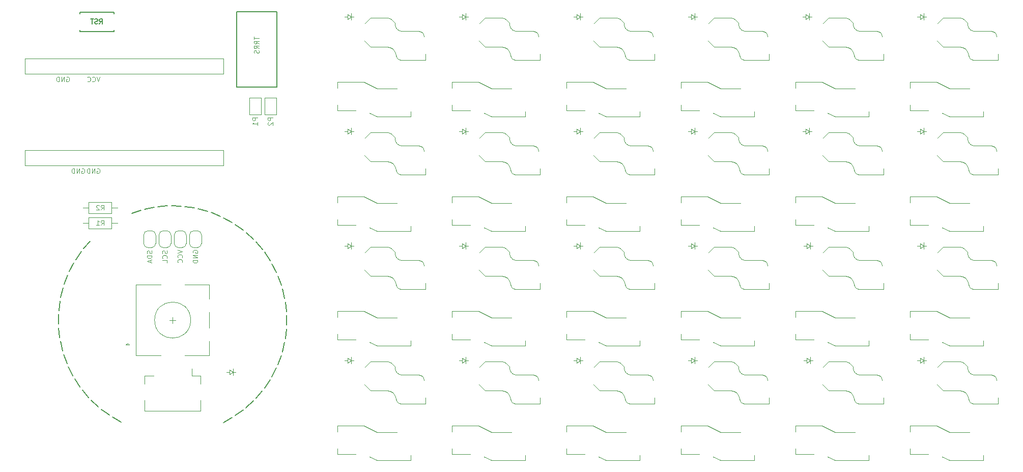
<source format=gbr>
%TF.GenerationSoftware,KiCad,Pcbnew,7.0.5*%
%TF.CreationDate,2024-08-02T10:00:01+08:00*%
%TF.ProjectId,TPS,5450532e-6b69-4636-9164-5f7063625858,rev?*%
%TF.SameCoordinates,Original*%
%TF.FileFunction,Legend,Bot*%
%TF.FilePolarity,Positive*%
%FSLAX46Y46*%
G04 Gerber Fmt 4.6, Leading zero omitted, Abs format (unit mm)*
G04 Created by KiCad (PCBNEW 7.0.5) date 2024-08-02 10:00:01*
%MOMM*%
%LPD*%
G01*
G04 APERTURE LIST*
%ADD10C,0.150000*%
%ADD11C,0.120000*%
%ADD12C,0.100000*%
G04 APERTURE END LIST*
D10*
X54609258Y-97380810D02*
X53172632Y-96570319D01*
X52668441Y-96245109D02*
X51337631Y-95270565D01*
X50875394Y-94888065D02*
X49669041Y-93763119D01*
X49255231Y-93328687D02*
X48190234Y-92069096D01*
X47830648Y-91588817D02*
X46921923Y-90212224D01*
X46621597Y-89692825D02*
X45881874Y-88218512D01*
X45645016Y-87667270D02*
X45084655Y-86115888D01*
X44914582Y-85540523D02*
X44541433Y-83933803D01*
X44440527Y-83342374D02*
X44259817Y-81702821D01*
X44229491Y-81103613D02*
X44243751Y-79454193D01*
X44284431Y-78855599D02*
X44493461Y-77219415D01*
X44604577Y-76629820D02*
X45005448Y-75029791D01*
X45185444Y-74457452D02*
X45772542Y-72915990D01*
X46018896Y-72368925D02*
X46783998Y-70907622D01*
X47093258Y-70393493D02*
X48025647Y-69032817D01*
X48393483Y-68558827D02*
X49480098Y-67317836D01*
X56400785Y-62708132D02*
X57964673Y-62183686D01*
X58543806Y-62026923D02*
X60158702Y-61690915D01*
X60752300Y-61603671D02*
X62395583Y-61460808D01*
X62995331Y-61444305D02*
X64643984Y-61496587D01*
X65241481Y-61551057D02*
X66872411Y-61797752D01*
X67459288Y-61922432D02*
X69049650Y-62360084D01*
X69617687Y-62553227D02*
X71145204Y-63175707D01*
X71686444Y-63434607D02*
X73129720Y-64233195D01*
X73636582Y-64554227D02*
X74975401Y-65517737D01*
X75440785Y-65896403D02*
X76656395Y-67011339D01*
X77073782Y-67442336D02*
X78149154Y-68693081D01*
X78512698Y-69170371D02*
X79432770Y-70539406D01*
X79737379Y-71056304D02*
X80489264Y-72524452D01*
X80730671Y-73073718D02*
X81303836Y-74620415D01*
X81478659Y-75194354D02*
X81865076Y-76797935D01*
X81970867Y-77388510D02*
X82165124Y-79026513D01*
X82200401Y-79625450D02*
X82199776Y-81274931D01*
X82164045Y-81873841D02*
X81968548Y-83511697D01*
X81862309Y-84102191D02*
X81474677Y-85705479D01*
X81299419Y-86279286D02*
X80725082Y-87825548D01*
X80483259Y-88374630D02*
X79730263Y-89842209D01*
X79425262Y-90358876D02*
X78504153Y-91727213D01*
X78140247Y-92204227D02*
X77063928Y-93454158D01*
X76646214Y-93884838D02*
X75429760Y-94998853D01*
X74964089Y-95377166D02*
X73624540Y-96339662D01*
X73117436Y-96660309D02*
X71685894Y-97451666D01*
D11*
%TO.C,T1*%
X76777855Y-33313476D02*
X76777855Y-33770619D01*
X77577855Y-33542047D02*
X76777855Y-33542047D01*
X77577855Y-34494429D02*
X77196902Y-34227762D01*
X77577855Y-34037286D02*
X76777855Y-34037286D01*
X76777855Y-34037286D02*
X76777855Y-34342048D01*
X76777855Y-34342048D02*
X76815950Y-34418238D01*
X76815950Y-34418238D02*
X76854045Y-34456333D01*
X76854045Y-34456333D02*
X76930236Y-34494429D01*
X76930236Y-34494429D02*
X77044521Y-34494429D01*
X77044521Y-34494429D02*
X77120712Y-34456333D01*
X77120712Y-34456333D02*
X77158807Y-34418238D01*
X77158807Y-34418238D02*
X77196902Y-34342048D01*
X77196902Y-34342048D02*
X77196902Y-34037286D01*
X77577855Y-35294429D02*
X77196902Y-35027762D01*
X77577855Y-34837286D02*
X76777855Y-34837286D01*
X76777855Y-34837286D02*
X76777855Y-35142048D01*
X76777855Y-35142048D02*
X76815950Y-35218238D01*
X76815950Y-35218238D02*
X76854045Y-35256333D01*
X76854045Y-35256333D02*
X76930236Y-35294429D01*
X76930236Y-35294429D02*
X77044521Y-35294429D01*
X77044521Y-35294429D02*
X77120712Y-35256333D01*
X77120712Y-35256333D02*
X77158807Y-35218238D01*
X77158807Y-35218238D02*
X77196902Y-35142048D01*
X77196902Y-35142048D02*
X77196902Y-34837286D01*
X77539760Y-35599190D02*
X77577855Y-35713476D01*
X77577855Y-35713476D02*
X77577855Y-35903952D01*
X77577855Y-35903952D02*
X77539760Y-35980143D01*
X77539760Y-35980143D02*
X77501664Y-36018238D01*
X77501664Y-36018238D02*
X77425474Y-36056333D01*
X77425474Y-36056333D02*
X77349283Y-36056333D01*
X77349283Y-36056333D02*
X77273093Y-36018238D01*
X77273093Y-36018238D02*
X77234998Y-35980143D01*
X77234998Y-35980143D02*
X77196902Y-35903952D01*
X77196902Y-35903952D02*
X77158807Y-35751571D01*
X77158807Y-35751571D02*
X77120712Y-35675381D01*
X77120712Y-35675381D02*
X77082617Y-35637286D01*
X77082617Y-35637286D02*
X77006426Y-35599190D01*
X77006426Y-35599190D02*
X76930236Y-35599190D01*
X76930236Y-35599190D02*
X76854045Y-35637286D01*
X76854045Y-35637286D02*
X76815950Y-35675381D01*
X76815950Y-35675381D02*
X76777855Y-35751571D01*
X76777855Y-35751571D02*
X76777855Y-35942048D01*
X76777855Y-35942048D02*
X76815950Y-36056333D01*
%TO.C,R1*%
X51294332Y-64656855D02*
X51560999Y-64275902D01*
X51751475Y-64656855D02*
X51751475Y-63856855D01*
X51751475Y-63856855D02*
X51446713Y-63856855D01*
X51446713Y-63856855D02*
X51370523Y-63894950D01*
X51370523Y-63894950D02*
X51332428Y-63933045D01*
X51332428Y-63933045D02*
X51294332Y-64009236D01*
X51294332Y-64009236D02*
X51294332Y-64123521D01*
X51294332Y-64123521D02*
X51332428Y-64199712D01*
X51332428Y-64199712D02*
X51370523Y-64237807D01*
X51370523Y-64237807D02*
X51446713Y-64275902D01*
X51446713Y-64275902D02*
X51751475Y-64275902D01*
X50532428Y-64656855D02*
X50989571Y-64656855D01*
X50760999Y-64656855D02*
X50760999Y-63856855D01*
X50760999Y-63856855D02*
X50837190Y-63971140D01*
X50837190Y-63971140D02*
X50913380Y-64047331D01*
X50913380Y-64047331D02*
X50989571Y-64085426D01*
%TO.C,JP1*%
X77307855Y-46799524D02*
X76507855Y-46799524D01*
X76507855Y-46799524D02*
X76507855Y-47104286D01*
X76507855Y-47104286D02*
X76545950Y-47180476D01*
X76545950Y-47180476D02*
X76584045Y-47218571D01*
X76584045Y-47218571D02*
X76660236Y-47256667D01*
X76660236Y-47256667D02*
X76774521Y-47256667D01*
X76774521Y-47256667D02*
X76850712Y-47218571D01*
X76850712Y-47218571D02*
X76888807Y-47180476D01*
X76888807Y-47180476D02*
X76926902Y-47104286D01*
X76926902Y-47104286D02*
X76926902Y-46799524D01*
X77307855Y-48018571D02*
X77307855Y-47561428D01*
X77307855Y-47790000D02*
X76507855Y-47790000D01*
X76507855Y-47790000D02*
X76622140Y-47713809D01*
X76622140Y-47713809D02*
X76698331Y-47637619D01*
X76698331Y-47637619D02*
X76736426Y-47561428D01*
%TO.C,JP2*%
X79847855Y-46799524D02*
X79047855Y-46799524D01*
X79047855Y-46799524D02*
X79047855Y-47104286D01*
X79047855Y-47104286D02*
X79085950Y-47180476D01*
X79085950Y-47180476D02*
X79124045Y-47218571D01*
X79124045Y-47218571D02*
X79200236Y-47256667D01*
X79200236Y-47256667D02*
X79314521Y-47256667D01*
X79314521Y-47256667D02*
X79390712Y-47218571D01*
X79390712Y-47218571D02*
X79428807Y-47180476D01*
X79428807Y-47180476D02*
X79466902Y-47104286D01*
X79466902Y-47104286D02*
X79466902Y-46799524D01*
X79124045Y-47561428D02*
X79085950Y-47599524D01*
X79085950Y-47599524D02*
X79047855Y-47675714D01*
X79047855Y-47675714D02*
X79047855Y-47866190D01*
X79047855Y-47866190D02*
X79085950Y-47942381D01*
X79085950Y-47942381D02*
X79124045Y-47980476D01*
X79124045Y-47980476D02*
X79200236Y-48018571D01*
X79200236Y-48018571D02*
X79276426Y-48018571D01*
X79276426Y-48018571D02*
X79390712Y-47980476D01*
X79390712Y-47980476D02*
X79847855Y-47523333D01*
X79847855Y-47523333D02*
X79847855Y-48018571D01*
D10*
%TO.C,RST1*%
X51039094Y-31190295D02*
X51305761Y-30809342D01*
X51496237Y-31190295D02*
X51496237Y-30390295D01*
X51496237Y-30390295D02*
X51191475Y-30390295D01*
X51191475Y-30390295D02*
X51115285Y-30428390D01*
X51115285Y-30428390D02*
X51077190Y-30466485D01*
X51077190Y-30466485D02*
X51039094Y-30542676D01*
X51039094Y-30542676D02*
X51039094Y-30656961D01*
X51039094Y-30656961D02*
X51077190Y-30733152D01*
X51077190Y-30733152D02*
X51115285Y-30771247D01*
X51115285Y-30771247D02*
X51191475Y-30809342D01*
X51191475Y-30809342D02*
X51496237Y-30809342D01*
X50734333Y-31152200D02*
X50620047Y-31190295D01*
X50620047Y-31190295D02*
X50429571Y-31190295D01*
X50429571Y-31190295D02*
X50353380Y-31152200D01*
X50353380Y-31152200D02*
X50315285Y-31114104D01*
X50315285Y-31114104D02*
X50277190Y-31037914D01*
X50277190Y-31037914D02*
X50277190Y-30961723D01*
X50277190Y-30961723D02*
X50315285Y-30885533D01*
X50315285Y-30885533D02*
X50353380Y-30847438D01*
X50353380Y-30847438D02*
X50429571Y-30809342D01*
X50429571Y-30809342D02*
X50581952Y-30771247D01*
X50581952Y-30771247D02*
X50658142Y-30733152D01*
X50658142Y-30733152D02*
X50696237Y-30695057D01*
X50696237Y-30695057D02*
X50734333Y-30618866D01*
X50734333Y-30618866D02*
X50734333Y-30542676D01*
X50734333Y-30542676D02*
X50696237Y-30466485D01*
X50696237Y-30466485D02*
X50658142Y-30428390D01*
X50658142Y-30428390D02*
X50581952Y-30390295D01*
X50581952Y-30390295D02*
X50391475Y-30390295D01*
X50391475Y-30390295D02*
X50277190Y-30428390D01*
X50048618Y-30390295D02*
X49591475Y-30390295D01*
X49820047Y-31190295D02*
X49820047Y-30390295D01*
D11*
%TO.C,J1*%
X66629450Y-69248476D02*
X66591355Y-69172286D01*
X66591355Y-69172286D02*
X66591355Y-69058000D01*
X66591355Y-69058000D02*
X66629450Y-68943714D01*
X66629450Y-68943714D02*
X66705640Y-68867524D01*
X66705640Y-68867524D02*
X66781831Y-68829429D01*
X66781831Y-68829429D02*
X66934212Y-68791333D01*
X66934212Y-68791333D02*
X67048498Y-68791333D01*
X67048498Y-68791333D02*
X67200879Y-68829429D01*
X67200879Y-68829429D02*
X67277069Y-68867524D01*
X67277069Y-68867524D02*
X67353260Y-68943714D01*
X67353260Y-68943714D02*
X67391355Y-69058000D01*
X67391355Y-69058000D02*
X67391355Y-69134191D01*
X67391355Y-69134191D02*
X67353260Y-69248476D01*
X67353260Y-69248476D02*
X67315164Y-69286572D01*
X67315164Y-69286572D02*
X67048498Y-69286572D01*
X67048498Y-69286572D02*
X67048498Y-69134191D01*
X67391355Y-69629429D02*
X66591355Y-69629429D01*
X66591355Y-69629429D02*
X67391355Y-70086572D01*
X67391355Y-70086572D02*
X66591355Y-70086572D01*
X67391355Y-70467524D02*
X66591355Y-70467524D01*
X66591355Y-70467524D02*
X66591355Y-70658000D01*
X66591355Y-70658000D02*
X66629450Y-70772286D01*
X66629450Y-70772286D02*
X66705640Y-70848476D01*
X66705640Y-70848476D02*
X66781831Y-70886571D01*
X66781831Y-70886571D02*
X66934212Y-70924667D01*
X66934212Y-70924667D02*
X67048498Y-70924667D01*
X67048498Y-70924667D02*
X67200879Y-70886571D01*
X67200879Y-70886571D02*
X67277069Y-70848476D01*
X67277069Y-70848476D02*
X67353260Y-70772286D01*
X67353260Y-70772286D02*
X67391355Y-70658000D01*
X67391355Y-70658000D02*
X67391355Y-70467524D01*
X62273260Y-68905618D02*
X62311355Y-69019904D01*
X62311355Y-69019904D02*
X62311355Y-69210380D01*
X62311355Y-69210380D02*
X62273260Y-69286571D01*
X62273260Y-69286571D02*
X62235164Y-69324666D01*
X62235164Y-69324666D02*
X62158974Y-69362761D01*
X62158974Y-69362761D02*
X62082783Y-69362761D01*
X62082783Y-69362761D02*
X62006593Y-69324666D01*
X62006593Y-69324666D02*
X61968498Y-69286571D01*
X61968498Y-69286571D02*
X61930402Y-69210380D01*
X61930402Y-69210380D02*
X61892307Y-69057999D01*
X61892307Y-69057999D02*
X61854212Y-68981809D01*
X61854212Y-68981809D02*
X61816117Y-68943714D01*
X61816117Y-68943714D02*
X61739926Y-68905618D01*
X61739926Y-68905618D02*
X61663736Y-68905618D01*
X61663736Y-68905618D02*
X61587545Y-68943714D01*
X61587545Y-68943714D02*
X61549450Y-68981809D01*
X61549450Y-68981809D02*
X61511355Y-69057999D01*
X61511355Y-69057999D02*
X61511355Y-69248476D01*
X61511355Y-69248476D02*
X61549450Y-69362761D01*
X62235164Y-70162762D02*
X62273260Y-70124666D01*
X62273260Y-70124666D02*
X62311355Y-70010381D01*
X62311355Y-70010381D02*
X62311355Y-69934190D01*
X62311355Y-69934190D02*
X62273260Y-69819904D01*
X62273260Y-69819904D02*
X62197069Y-69743714D01*
X62197069Y-69743714D02*
X62120879Y-69705619D01*
X62120879Y-69705619D02*
X61968498Y-69667523D01*
X61968498Y-69667523D02*
X61854212Y-69667523D01*
X61854212Y-69667523D02*
X61701831Y-69705619D01*
X61701831Y-69705619D02*
X61625640Y-69743714D01*
X61625640Y-69743714D02*
X61549450Y-69819904D01*
X61549450Y-69819904D02*
X61511355Y-69934190D01*
X61511355Y-69934190D02*
X61511355Y-70010381D01*
X61511355Y-70010381D02*
X61549450Y-70124666D01*
X61549450Y-70124666D02*
X61587545Y-70162762D01*
X62311355Y-70886571D02*
X62311355Y-70505619D01*
X62311355Y-70505619D02*
X61511355Y-70505619D01*
X59733260Y-68886571D02*
X59771355Y-69000857D01*
X59771355Y-69000857D02*
X59771355Y-69191333D01*
X59771355Y-69191333D02*
X59733260Y-69267524D01*
X59733260Y-69267524D02*
X59695164Y-69305619D01*
X59695164Y-69305619D02*
X59618974Y-69343714D01*
X59618974Y-69343714D02*
X59542783Y-69343714D01*
X59542783Y-69343714D02*
X59466593Y-69305619D01*
X59466593Y-69305619D02*
X59428498Y-69267524D01*
X59428498Y-69267524D02*
X59390402Y-69191333D01*
X59390402Y-69191333D02*
X59352307Y-69038952D01*
X59352307Y-69038952D02*
X59314212Y-68962762D01*
X59314212Y-68962762D02*
X59276117Y-68924667D01*
X59276117Y-68924667D02*
X59199926Y-68886571D01*
X59199926Y-68886571D02*
X59123736Y-68886571D01*
X59123736Y-68886571D02*
X59047545Y-68924667D01*
X59047545Y-68924667D02*
X59009450Y-68962762D01*
X59009450Y-68962762D02*
X58971355Y-69038952D01*
X58971355Y-69038952D02*
X58971355Y-69229429D01*
X58971355Y-69229429D02*
X59009450Y-69343714D01*
X59771355Y-69686572D02*
X58971355Y-69686572D01*
X58971355Y-69686572D02*
X58971355Y-69877048D01*
X58971355Y-69877048D02*
X59009450Y-69991334D01*
X59009450Y-69991334D02*
X59085640Y-70067524D01*
X59085640Y-70067524D02*
X59161831Y-70105619D01*
X59161831Y-70105619D02*
X59314212Y-70143715D01*
X59314212Y-70143715D02*
X59428498Y-70143715D01*
X59428498Y-70143715D02*
X59580879Y-70105619D01*
X59580879Y-70105619D02*
X59657069Y-70067524D01*
X59657069Y-70067524D02*
X59733260Y-69991334D01*
X59733260Y-69991334D02*
X59771355Y-69877048D01*
X59771355Y-69877048D02*
X59771355Y-69686572D01*
X59542783Y-70448476D02*
X59542783Y-70829429D01*
X59771355Y-70372286D02*
X58971355Y-70638953D01*
X58971355Y-70638953D02*
X59771355Y-70905619D01*
X64051355Y-68791333D02*
X64851355Y-69058000D01*
X64851355Y-69058000D02*
X64051355Y-69324666D01*
X64775164Y-70048476D02*
X64813260Y-70010380D01*
X64813260Y-70010380D02*
X64851355Y-69896095D01*
X64851355Y-69896095D02*
X64851355Y-69819904D01*
X64851355Y-69819904D02*
X64813260Y-69705618D01*
X64813260Y-69705618D02*
X64737069Y-69629428D01*
X64737069Y-69629428D02*
X64660879Y-69591333D01*
X64660879Y-69591333D02*
X64508498Y-69553237D01*
X64508498Y-69553237D02*
X64394212Y-69553237D01*
X64394212Y-69553237D02*
X64241831Y-69591333D01*
X64241831Y-69591333D02*
X64165640Y-69629428D01*
X64165640Y-69629428D02*
X64089450Y-69705618D01*
X64089450Y-69705618D02*
X64051355Y-69819904D01*
X64051355Y-69819904D02*
X64051355Y-69896095D01*
X64051355Y-69896095D02*
X64089450Y-70010380D01*
X64089450Y-70010380D02*
X64127545Y-70048476D01*
X64775164Y-70848476D02*
X64813260Y-70810380D01*
X64813260Y-70810380D02*
X64851355Y-70696095D01*
X64851355Y-70696095D02*
X64851355Y-70619904D01*
X64851355Y-70619904D02*
X64813260Y-70505618D01*
X64813260Y-70505618D02*
X64737069Y-70429428D01*
X64737069Y-70429428D02*
X64660879Y-70391333D01*
X64660879Y-70391333D02*
X64508498Y-70353237D01*
X64508498Y-70353237D02*
X64394212Y-70353237D01*
X64394212Y-70353237D02*
X64241831Y-70391333D01*
X64241831Y-70391333D02*
X64165640Y-70429428D01*
X64165640Y-70429428D02*
X64089450Y-70505618D01*
X64089450Y-70505618D02*
X64051355Y-70619904D01*
X64051355Y-70619904D02*
X64051355Y-70696095D01*
X64051355Y-70696095D02*
X64089450Y-70810380D01*
X64089450Y-70810380D02*
X64127545Y-70848476D01*
%TO.C,R2*%
X51294332Y-62116855D02*
X51560999Y-61735902D01*
X51751475Y-62116855D02*
X51751475Y-61316855D01*
X51751475Y-61316855D02*
X51446713Y-61316855D01*
X51446713Y-61316855D02*
X51370523Y-61354950D01*
X51370523Y-61354950D02*
X51332428Y-61393045D01*
X51332428Y-61393045D02*
X51294332Y-61469236D01*
X51294332Y-61469236D02*
X51294332Y-61583521D01*
X51294332Y-61583521D02*
X51332428Y-61659712D01*
X51332428Y-61659712D02*
X51370523Y-61697807D01*
X51370523Y-61697807D02*
X51446713Y-61735902D01*
X51446713Y-61735902D02*
X51751475Y-61735902D01*
X50989571Y-61393045D02*
X50951475Y-61354950D01*
X50951475Y-61354950D02*
X50875285Y-61316855D01*
X50875285Y-61316855D02*
X50684809Y-61316855D01*
X50684809Y-61316855D02*
X50608618Y-61354950D01*
X50608618Y-61354950D02*
X50570523Y-61393045D01*
X50570523Y-61393045D02*
X50532428Y-61469236D01*
X50532428Y-61469236D02*
X50532428Y-61545426D01*
X50532428Y-61545426D02*
X50570523Y-61659712D01*
X50570523Y-61659712D02*
X51027666Y-62116855D01*
X51027666Y-62116855D02*
X50532428Y-62116855D01*
%TO.C,U1*%
X45570523Y-40037950D02*
X45646713Y-39999855D01*
X45646713Y-39999855D02*
X45760999Y-39999855D01*
X45760999Y-39999855D02*
X45875285Y-40037950D01*
X45875285Y-40037950D02*
X45951475Y-40114140D01*
X45951475Y-40114140D02*
X45989570Y-40190331D01*
X45989570Y-40190331D02*
X46027666Y-40342712D01*
X46027666Y-40342712D02*
X46027666Y-40456998D01*
X46027666Y-40456998D02*
X45989570Y-40609379D01*
X45989570Y-40609379D02*
X45951475Y-40685569D01*
X45951475Y-40685569D02*
X45875285Y-40761760D01*
X45875285Y-40761760D02*
X45760999Y-40799855D01*
X45760999Y-40799855D02*
X45684808Y-40799855D01*
X45684808Y-40799855D02*
X45570523Y-40761760D01*
X45570523Y-40761760D02*
X45532427Y-40723664D01*
X45532427Y-40723664D02*
X45532427Y-40456998D01*
X45532427Y-40456998D02*
X45684808Y-40456998D01*
X45189570Y-40799855D02*
X45189570Y-39999855D01*
X45189570Y-39999855D02*
X44732427Y-40799855D01*
X44732427Y-40799855D02*
X44732427Y-39999855D01*
X44351475Y-40799855D02*
X44351475Y-39999855D01*
X44351475Y-39999855D02*
X44160999Y-39999855D01*
X44160999Y-39999855D02*
X44046713Y-40037950D01*
X44046713Y-40037950D02*
X43970523Y-40114140D01*
X43970523Y-40114140D02*
X43932428Y-40190331D01*
X43932428Y-40190331D02*
X43894332Y-40342712D01*
X43894332Y-40342712D02*
X43894332Y-40456998D01*
X43894332Y-40456998D02*
X43932428Y-40609379D01*
X43932428Y-40609379D02*
X43970523Y-40685569D01*
X43970523Y-40685569D02*
X44046713Y-40761760D01*
X44046713Y-40761760D02*
X44160999Y-40799855D01*
X44160999Y-40799855D02*
X44351475Y-40799855D01*
X50650523Y-55277950D02*
X50726713Y-55239855D01*
X50726713Y-55239855D02*
X50840999Y-55239855D01*
X50840999Y-55239855D02*
X50955285Y-55277950D01*
X50955285Y-55277950D02*
X51031475Y-55354140D01*
X51031475Y-55354140D02*
X51069570Y-55430331D01*
X51069570Y-55430331D02*
X51107666Y-55582712D01*
X51107666Y-55582712D02*
X51107666Y-55696998D01*
X51107666Y-55696998D02*
X51069570Y-55849379D01*
X51069570Y-55849379D02*
X51031475Y-55925569D01*
X51031475Y-55925569D02*
X50955285Y-56001760D01*
X50955285Y-56001760D02*
X50840999Y-56039855D01*
X50840999Y-56039855D02*
X50764808Y-56039855D01*
X50764808Y-56039855D02*
X50650523Y-56001760D01*
X50650523Y-56001760D02*
X50612427Y-55963664D01*
X50612427Y-55963664D02*
X50612427Y-55696998D01*
X50612427Y-55696998D02*
X50764808Y-55696998D01*
X50269570Y-56039855D02*
X50269570Y-55239855D01*
X50269570Y-55239855D02*
X49812427Y-56039855D01*
X49812427Y-56039855D02*
X49812427Y-55239855D01*
X49431475Y-56039855D02*
X49431475Y-55239855D01*
X49431475Y-55239855D02*
X49240999Y-55239855D01*
X49240999Y-55239855D02*
X49126713Y-55277950D01*
X49126713Y-55277950D02*
X49050523Y-55354140D01*
X49050523Y-55354140D02*
X49012428Y-55430331D01*
X49012428Y-55430331D02*
X48974332Y-55582712D01*
X48974332Y-55582712D02*
X48974332Y-55696998D01*
X48974332Y-55696998D02*
X49012428Y-55849379D01*
X49012428Y-55849379D02*
X49050523Y-55925569D01*
X49050523Y-55925569D02*
X49126713Y-56001760D01*
X49126713Y-56001760D02*
X49240999Y-56039855D01*
X49240999Y-56039855D02*
X49431475Y-56039855D01*
X48110523Y-55277950D02*
X48186713Y-55239855D01*
X48186713Y-55239855D02*
X48300999Y-55239855D01*
X48300999Y-55239855D02*
X48415285Y-55277950D01*
X48415285Y-55277950D02*
X48491475Y-55354140D01*
X48491475Y-55354140D02*
X48529570Y-55430331D01*
X48529570Y-55430331D02*
X48567666Y-55582712D01*
X48567666Y-55582712D02*
X48567666Y-55696998D01*
X48567666Y-55696998D02*
X48529570Y-55849379D01*
X48529570Y-55849379D02*
X48491475Y-55925569D01*
X48491475Y-55925569D02*
X48415285Y-56001760D01*
X48415285Y-56001760D02*
X48300999Y-56039855D01*
X48300999Y-56039855D02*
X48224808Y-56039855D01*
X48224808Y-56039855D02*
X48110523Y-56001760D01*
X48110523Y-56001760D02*
X48072427Y-55963664D01*
X48072427Y-55963664D02*
X48072427Y-55696998D01*
X48072427Y-55696998D02*
X48224808Y-55696998D01*
X47729570Y-56039855D02*
X47729570Y-55239855D01*
X47729570Y-55239855D02*
X47272427Y-56039855D01*
X47272427Y-56039855D02*
X47272427Y-55239855D01*
X46891475Y-56039855D02*
X46891475Y-55239855D01*
X46891475Y-55239855D02*
X46700999Y-55239855D01*
X46700999Y-55239855D02*
X46586713Y-55277950D01*
X46586713Y-55277950D02*
X46510523Y-55354140D01*
X46510523Y-55354140D02*
X46472428Y-55430331D01*
X46472428Y-55430331D02*
X46434332Y-55582712D01*
X46434332Y-55582712D02*
X46434332Y-55696998D01*
X46434332Y-55696998D02*
X46472428Y-55849379D01*
X46472428Y-55849379D02*
X46510523Y-55925569D01*
X46510523Y-55925569D02*
X46586713Y-56001760D01*
X46586713Y-56001760D02*
X46700999Y-56039855D01*
X46700999Y-56039855D02*
X46891475Y-56039855D01*
X51107666Y-39999855D02*
X50840999Y-40799855D01*
X50840999Y-40799855D02*
X50574333Y-39999855D01*
X49850523Y-40723664D02*
X49888619Y-40761760D01*
X49888619Y-40761760D02*
X50002904Y-40799855D01*
X50002904Y-40799855D02*
X50079095Y-40799855D01*
X50079095Y-40799855D02*
X50193381Y-40761760D01*
X50193381Y-40761760D02*
X50269571Y-40685569D01*
X50269571Y-40685569D02*
X50307666Y-40609379D01*
X50307666Y-40609379D02*
X50345762Y-40456998D01*
X50345762Y-40456998D02*
X50345762Y-40342712D01*
X50345762Y-40342712D02*
X50307666Y-40190331D01*
X50307666Y-40190331D02*
X50269571Y-40114140D01*
X50269571Y-40114140D02*
X50193381Y-40037950D01*
X50193381Y-40037950D02*
X50079095Y-39999855D01*
X50079095Y-39999855D02*
X50002904Y-39999855D01*
X50002904Y-39999855D02*
X49888619Y-40037950D01*
X49888619Y-40037950D02*
X49850523Y-40076045D01*
X49050523Y-40723664D02*
X49088619Y-40761760D01*
X49088619Y-40761760D02*
X49202904Y-40799855D01*
X49202904Y-40799855D02*
X49279095Y-40799855D01*
X49279095Y-40799855D02*
X49393381Y-40761760D01*
X49393381Y-40761760D02*
X49469571Y-40685569D01*
X49469571Y-40685569D02*
X49507666Y-40609379D01*
X49507666Y-40609379D02*
X49545762Y-40456998D01*
X49545762Y-40456998D02*
X49545762Y-40342712D01*
X49545762Y-40342712D02*
X49507666Y-40190331D01*
X49507666Y-40190331D02*
X49469571Y-40114140D01*
X49469571Y-40114140D02*
X49393381Y-40037950D01*
X49393381Y-40037950D02*
X49279095Y-39999855D01*
X49279095Y-39999855D02*
X49202904Y-39999855D01*
X49202904Y-39999855D02*
X49088619Y-40037950D01*
X49088619Y-40037950D02*
X49050523Y-40076045D01*
%TO.C,SW16*%
X147800000Y-98025000D02*
X147800000Y-98975000D01*
X147800000Y-98025000D02*
X152200000Y-98025000D01*
X147800000Y-102725000D02*
X147800000Y-101775000D01*
X147800000Y-102725000D02*
X150800000Y-102725000D01*
X152200000Y-98025000D02*
X154400000Y-99075000D01*
X152384000Y-88266000D02*
X153321000Y-87329000D01*
X153090000Y-103175000D02*
X154400000Y-103775000D01*
X153321000Y-87329000D02*
X156068000Y-87329000D01*
X153321000Y-92121000D02*
X152300000Y-91100000D01*
X155968000Y-92121000D02*
X153321000Y-92121000D01*
X156068000Y-87329000D02*
X156471000Y-87409000D01*
X156471000Y-87409000D02*
X156813000Y-87638000D01*
X156530000Y-92226000D02*
X155968000Y-92121000D01*
X156813000Y-87638000D02*
X157346000Y-88171000D01*
X157009000Y-92525000D02*
X156530000Y-92226000D01*
X157346000Y-88171000D02*
X157346000Y-88393000D01*
X157346000Y-88393000D02*
X157433000Y-88831000D01*
X157347000Y-92978000D02*
X157009000Y-92525000D01*
X157433000Y-88831000D02*
X157677000Y-89198000D01*
X157501000Y-93536000D02*
X157347000Y-92978000D01*
X157583000Y-93834000D02*
X157501000Y-93536000D01*
X157677000Y-89198000D02*
X158044000Y-89442000D01*
X157700000Y-99075000D02*
X154400000Y-99075000D01*
X157776000Y-94092000D02*
X157583000Y-93834000D01*
X158044000Y-89442000D02*
X158482000Y-89529000D01*
X158050000Y-94262000D02*
X157776000Y-94092000D01*
X158360000Y-94321000D02*
X158050000Y-94262000D01*
X158482000Y-89529000D02*
X161282000Y-89529000D01*
X160000000Y-103775000D02*
X154400000Y-103775000D01*
X160000000Y-103775000D02*
X160000000Y-102875000D01*
X161282000Y-89529000D02*
X161609000Y-89594000D01*
X161609000Y-89594000D02*
X161892000Y-89783000D01*
X161892000Y-89783000D02*
X162081000Y-90066000D01*
X162081000Y-90066000D02*
X162166000Y-90493000D01*
X162446000Y-93379000D02*
X162446000Y-94321000D01*
X162446000Y-94321000D02*
X158360000Y-94321000D01*
%TO.C,SW3*%
X90650000Y-78975000D02*
X90650000Y-79925000D01*
X90650000Y-78975000D02*
X95050000Y-78975000D01*
X90650000Y-83675000D02*
X90650000Y-82725000D01*
X90650000Y-83675000D02*
X93650000Y-83675000D01*
X95050000Y-78975000D02*
X97250000Y-80025000D01*
X95234000Y-69216000D02*
X96171000Y-68279000D01*
X95940000Y-84125000D02*
X97250000Y-84725000D01*
X96171000Y-68279000D02*
X98918000Y-68279000D01*
X96171000Y-73071000D02*
X95150000Y-72050000D01*
X98818000Y-73071000D02*
X96171000Y-73071000D01*
X98918000Y-68279000D02*
X99321000Y-68359000D01*
X99321000Y-68359000D02*
X99663000Y-68588000D01*
X99380000Y-73176000D02*
X98818000Y-73071000D01*
X99663000Y-68588000D02*
X100196000Y-69121000D01*
X99859000Y-73475000D02*
X99380000Y-73176000D01*
X100196000Y-69121000D02*
X100196000Y-69343000D01*
X100196000Y-69343000D02*
X100283000Y-69781000D01*
X100197000Y-73928000D02*
X99859000Y-73475000D01*
X100283000Y-69781000D02*
X100527000Y-70148000D01*
X100351000Y-74486000D02*
X100197000Y-73928000D01*
X100433000Y-74784000D02*
X100351000Y-74486000D01*
X100527000Y-70148000D02*
X100894000Y-70392000D01*
X100550000Y-80025000D02*
X97250000Y-80025000D01*
X100626000Y-75042000D02*
X100433000Y-74784000D01*
X100894000Y-70392000D02*
X101332000Y-70479000D01*
X100900000Y-75212000D02*
X100626000Y-75042000D01*
X101210000Y-75271000D02*
X100900000Y-75212000D01*
X101332000Y-70479000D02*
X104132000Y-70479000D01*
X102850000Y-84725000D02*
X97250000Y-84725000D01*
X102850000Y-84725000D02*
X102850000Y-83825000D01*
X104132000Y-70479000D02*
X104459000Y-70544000D01*
X104459000Y-70544000D02*
X104742000Y-70733000D01*
X104742000Y-70733000D02*
X104931000Y-71016000D01*
X104931000Y-71016000D02*
X105016000Y-71443000D01*
X105296000Y-74329000D02*
X105296000Y-75271000D01*
X105296000Y-75271000D02*
X101210000Y-75271000D01*
%TO.C,SW4*%
X90650000Y-98025000D02*
X90650000Y-98975000D01*
X90650000Y-98025000D02*
X95050000Y-98025000D01*
X90650000Y-102725000D02*
X90650000Y-101775000D01*
X90650000Y-102725000D02*
X93650000Y-102725000D01*
X95050000Y-98025000D02*
X97250000Y-99075000D01*
X95234000Y-88266000D02*
X96171000Y-87329000D01*
X95940000Y-103175000D02*
X97250000Y-103775000D01*
X96171000Y-87329000D02*
X98918000Y-87329000D01*
X96171000Y-92121000D02*
X95150000Y-91100000D01*
X98818000Y-92121000D02*
X96171000Y-92121000D01*
X98918000Y-87329000D02*
X99321000Y-87409000D01*
X99321000Y-87409000D02*
X99663000Y-87638000D01*
X99380000Y-92226000D02*
X98818000Y-92121000D01*
X99663000Y-87638000D02*
X100196000Y-88171000D01*
X99859000Y-92525000D02*
X99380000Y-92226000D01*
X100196000Y-88171000D02*
X100196000Y-88393000D01*
X100196000Y-88393000D02*
X100283000Y-88831000D01*
X100197000Y-92978000D02*
X99859000Y-92525000D01*
X100283000Y-88831000D02*
X100527000Y-89198000D01*
X100351000Y-93536000D02*
X100197000Y-92978000D01*
X100433000Y-93834000D02*
X100351000Y-93536000D01*
X100527000Y-89198000D02*
X100894000Y-89442000D01*
X100550000Y-99075000D02*
X97250000Y-99075000D01*
X100626000Y-94092000D02*
X100433000Y-93834000D01*
X100894000Y-89442000D02*
X101332000Y-89529000D01*
X100900000Y-94262000D02*
X100626000Y-94092000D01*
X101210000Y-94321000D02*
X100900000Y-94262000D01*
X101332000Y-89529000D02*
X104132000Y-89529000D01*
X102850000Y-103775000D02*
X97250000Y-103775000D01*
X102850000Y-103775000D02*
X102850000Y-102875000D01*
X104132000Y-89529000D02*
X104459000Y-89594000D01*
X104459000Y-89594000D02*
X104742000Y-89783000D01*
X104742000Y-89783000D02*
X104931000Y-90066000D01*
X104931000Y-90066000D02*
X105016000Y-90493000D01*
X105296000Y-93379000D02*
X105296000Y-94321000D01*
X105296000Y-94321000D02*
X101210000Y-94321000D01*
%TO.C,SW1*%
X90650000Y-40875000D02*
X90650000Y-41825000D01*
X90650000Y-40875000D02*
X95050000Y-40875000D01*
X90650000Y-45575000D02*
X90650000Y-44625000D01*
X90650000Y-45575000D02*
X93650000Y-45575000D01*
X95050000Y-40875000D02*
X97250000Y-41925000D01*
X95234000Y-31116000D02*
X96171000Y-30179000D01*
X95940000Y-46025000D02*
X97250000Y-46625000D01*
X96171000Y-30179000D02*
X98918000Y-30179000D01*
X96171000Y-34971000D02*
X95150000Y-33950000D01*
X98818000Y-34971000D02*
X96171000Y-34971000D01*
X98918000Y-30179000D02*
X99321000Y-30259000D01*
X99321000Y-30259000D02*
X99663000Y-30488000D01*
X99380000Y-35076000D02*
X98818000Y-34971000D01*
X99663000Y-30488000D02*
X100196000Y-31021000D01*
X99859000Y-35375000D02*
X99380000Y-35076000D01*
X100196000Y-31021000D02*
X100196000Y-31243000D01*
X100196000Y-31243000D02*
X100283000Y-31681000D01*
X100197000Y-35828000D02*
X99859000Y-35375000D01*
X100283000Y-31681000D02*
X100527000Y-32048000D01*
X100351000Y-36386000D02*
X100197000Y-35828000D01*
X100433000Y-36684000D02*
X100351000Y-36386000D01*
X100527000Y-32048000D02*
X100894000Y-32292000D01*
X100550000Y-41925000D02*
X97250000Y-41925000D01*
X100626000Y-36942000D02*
X100433000Y-36684000D01*
X100894000Y-32292000D02*
X101332000Y-32379000D01*
X100900000Y-37112000D02*
X100626000Y-36942000D01*
X101210000Y-37171000D02*
X100900000Y-37112000D01*
X101332000Y-32379000D02*
X104132000Y-32379000D01*
X102850000Y-46625000D02*
X97250000Y-46625000D01*
X102850000Y-46625000D02*
X102850000Y-45725000D01*
X104132000Y-32379000D02*
X104459000Y-32444000D01*
X104459000Y-32444000D02*
X104742000Y-32633000D01*
X104742000Y-32633000D02*
X104931000Y-32916000D01*
X104931000Y-32916000D02*
X105016000Y-33343000D01*
X105296000Y-36229000D02*
X105296000Y-37171000D01*
X105296000Y-37171000D02*
X101210000Y-37171000D01*
%TO.C,SW7*%
X109700000Y-78975000D02*
X109700000Y-79925000D01*
X109700000Y-78975000D02*
X114100000Y-78975000D01*
X109700000Y-83675000D02*
X109700000Y-82725000D01*
X109700000Y-83675000D02*
X112700000Y-83675000D01*
X114100000Y-78975000D02*
X116300000Y-80025000D01*
X114284000Y-69216000D02*
X115221000Y-68279000D01*
X114990000Y-84125000D02*
X116300000Y-84725000D01*
X115221000Y-68279000D02*
X117968000Y-68279000D01*
X115221000Y-73071000D02*
X114200000Y-72050000D01*
X117868000Y-73071000D02*
X115221000Y-73071000D01*
X117968000Y-68279000D02*
X118371000Y-68359000D01*
X118371000Y-68359000D02*
X118713000Y-68588000D01*
X118430000Y-73176000D02*
X117868000Y-73071000D01*
X118713000Y-68588000D02*
X119246000Y-69121000D01*
X118909000Y-73475000D02*
X118430000Y-73176000D01*
X119246000Y-69121000D02*
X119246000Y-69343000D01*
X119246000Y-69343000D02*
X119333000Y-69781000D01*
X119247000Y-73928000D02*
X118909000Y-73475000D01*
X119333000Y-69781000D02*
X119577000Y-70148000D01*
X119401000Y-74486000D02*
X119247000Y-73928000D01*
X119483000Y-74784000D02*
X119401000Y-74486000D01*
X119577000Y-70148000D02*
X119944000Y-70392000D01*
X119600000Y-80025000D02*
X116300000Y-80025000D01*
X119676000Y-75042000D02*
X119483000Y-74784000D01*
X119944000Y-70392000D02*
X120382000Y-70479000D01*
X119950000Y-75212000D02*
X119676000Y-75042000D01*
X120260000Y-75271000D02*
X119950000Y-75212000D01*
X120382000Y-70479000D02*
X123182000Y-70479000D01*
X121900000Y-84725000D02*
X116300000Y-84725000D01*
X121900000Y-84725000D02*
X121900000Y-83825000D01*
X123182000Y-70479000D02*
X123509000Y-70544000D01*
X123509000Y-70544000D02*
X123792000Y-70733000D01*
X123792000Y-70733000D02*
X123981000Y-71016000D01*
X123981000Y-71016000D02*
X124066000Y-71443000D01*
X124346000Y-74329000D02*
X124346000Y-75271000D01*
X124346000Y-75271000D02*
X120260000Y-75271000D01*
%TO.C,SW9*%
X128750000Y-40875000D02*
X128750000Y-41825000D01*
X128750000Y-40875000D02*
X133150000Y-40875000D01*
X128750000Y-45575000D02*
X128750000Y-44625000D01*
X128750000Y-45575000D02*
X131750000Y-45575000D01*
X133150000Y-40875000D02*
X135350000Y-41925000D01*
X133334000Y-31116000D02*
X134271000Y-30179000D01*
X134040000Y-46025000D02*
X135350000Y-46625000D01*
X134271000Y-30179000D02*
X137018000Y-30179000D01*
X134271000Y-34971000D02*
X133250000Y-33950000D01*
X136918000Y-34971000D02*
X134271000Y-34971000D01*
X137018000Y-30179000D02*
X137421000Y-30259000D01*
X137421000Y-30259000D02*
X137763000Y-30488000D01*
X137480000Y-35076000D02*
X136918000Y-34971000D01*
X137763000Y-30488000D02*
X138296000Y-31021000D01*
X137959000Y-35375000D02*
X137480000Y-35076000D01*
X138296000Y-31021000D02*
X138296000Y-31243000D01*
X138296000Y-31243000D02*
X138383000Y-31681000D01*
X138297000Y-35828000D02*
X137959000Y-35375000D01*
X138383000Y-31681000D02*
X138627000Y-32048000D01*
X138451000Y-36386000D02*
X138297000Y-35828000D01*
X138533000Y-36684000D02*
X138451000Y-36386000D01*
X138627000Y-32048000D02*
X138994000Y-32292000D01*
X138650000Y-41925000D02*
X135350000Y-41925000D01*
X138726000Y-36942000D02*
X138533000Y-36684000D01*
X138994000Y-32292000D02*
X139432000Y-32379000D01*
X139000000Y-37112000D02*
X138726000Y-36942000D01*
X139310000Y-37171000D02*
X139000000Y-37112000D01*
X139432000Y-32379000D02*
X142232000Y-32379000D01*
X140950000Y-46625000D02*
X135350000Y-46625000D01*
X140950000Y-46625000D02*
X140950000Y-45725000D01*
X142232000Y-32379000D02*
X142559000Y-32444000D01*
X142559000Y-32444000D02*
X142842000Y-32633000D01*
X142842000Y-32633000D02*
X143031000Y-32916000D01*
X143031000Y-32916000D02*
X143116000Y-33343000D01*
X143396000Y-36229000D02*
X143396000Y-37171000D01*
X143396000Y-37171000D02*
X139310000Y-37171000D01*
%TO.C,SW17*%
X166850000Y-40875000D02*
X166850000Y-41825000D01*
X166850000Y-40875000D02*
X171250000Y-40875000D01*
X166850000Y-45575000D02*
X166850000Y-44625000D01*
X166850000Y-45575000D02*
X169850000Y-45575000D01*
X171250000Y-40875000D02*
X173450000Y-41925000D01*
X171434000Y-31116000D02*
X172371000Y-30179000D01*
X172140000Y-46025000D02*
X173450000Y-46625000D01*
X172371000Y-30179000D02*
X175118000Y-30179000D01*
X172371000Y-34971000D02*
X171350000Y-33950000D01*
X175018000Y-34971000D02*
X172371000Y-34971000D01*
X175118000Y-30179000D02*
X175521000Y-30259000D01*
X175521000Y-30259000D02*
X175863000Y-30488000D01*
X175580000Y-35076000D02*
X175018000Y-34971000D01*
X175863000Y-30488000D02*
X176396000Y-31021000D01*
X176059000Y-35375000D02*
X175580000Y-35076000D01*
X176396000Y-31021000D02*
X176396000Y-31243000D01*
X176396000Y-31243000D02*
X176483000Y-31681000D01*
X176397000Y-35828000D02*
X176059000Y-35375000D01*
X176483000Y-31681000D02*
X176727000Y-32048000D01*
X176551000Y-36386000D02*
X176397000Y-35828000D01*
X176633000Y-36684000D02*
X176551000Y-36386000D01*
X176727000Y-32048000D02*
X177094000Y-32292000D01*
X176750000Y-41925000D02*
X173450000Y-41925000D01*
X176826000Y-36942000D02*
X176633000Y-36684000D01*
X177094000Y-32292000D02*
X177532000Y-32379000D01*
X177100000Y-37112000D02*
X176826000Y-36942000D01*
X177410000Y-37171000D02*
X177100000Y-37112000D01*
X177532000Y-32379000D02*
X180332000Y-32379000D01*
X179050000Y-46625000D02*
X173450000Y-46625000D01*
X179050000Y-46625000D02*
X179050000Y-45725000D01*
X180332000Y-32379000D02*
X180659000Y-32444000D01*
X180659000Y-32444000D02*
X180942000Y-32633000D01*
X180942000Y-32633000D02*
X181131000Y-32916000D01*
X181131000Y-32916000D02*
X181216000Y-33343000D01*
X181496000Y-36229000D02*
X181496000Y-37171000D01*
X181496000Y-37171000D02*
X177410000Y-37171000D01*
%TO.C,SW22*%
X185900000Y-59925000D02*
X185900000Y-60875000D01*
X185900000Y-59925000D02*
X190300000Y-59925000D01*
X185900000Y-64625000D02*
X185900000Y-63675000D01*
X185900000Y-64625000D02*
X188900000Y-64625000D01*
X190300000Y-59925000D02*
X192500000Y-60975000D01*
X190484000Y-50166000D02*
X191421000Y-49229000D01*
X191190000Y-65075000D02*
X192500000Y-65675000D01*
X191421000Y-49229000D02*
X194168000Y-49229000D01*
X191421000Y-54021000D02*
X190400000Y-53000000D01*
X194068000Y-54021000D02*
X191421000Y-54021000D01*
X194168000Y-49229000D02*
X194571000Y-49309000D01*
X194571000Y-49309000D02*
X194913000Y-49538000D01*
X194630000Y-54126000D02*
X194068000Y-54021000D01*
X194913000Y-49538000D02*
X195446000Y-50071000D01*
X195109000Y-54425000D02*
X194630000Y-54126000D01*
X195446000Y-50071000D02*
X195446000Y-50293000D01*
X195446000Y-50293000D02*
X195533000Y-50731000D01*
X195447000Y-54878000D02*
X195109000Y-54425000D01*
X195533000Y-50731000D02*
X195777000Y-51098000D01*
X195601000Y-55436000D02*
X195447000Y-54878000D01*
X195683000Y-55734000D02*
X195601000Y-55436000D01*
X195777000Y-51098000D02*
X196144000Y-51342000D01*
X195800000Y-60975000D02*
X192500000Y-60975000D01*
X195876000Y-55992000D02*
X195683000Y-55734000D01*
X196144000Y-51342000D02*
X196582000Y-51429000D01*
X196150000Y-56162000D02*
X195876000Y-55992000D01*
X196460000Y-56221000D02*
X196150000Y-56162000D01*
X196582000Y-51429000D02*
X199382000Y-51429000D01*
X198100000Y-65675000D02*
X192500000Y-65675000D01*
X198100000Y-65675000D02*
X198100000Y-64775000D01*
X199382000Y-51429000D02*
X199709000Y-51494000D01*
X199709000Y-51494000D02*
X199992000Y-51683000D01*
X199992000Y-51683000D02*
X200181000Y-51966000D01*
X200181000Y-51966000D02*
X200266000Y-52393000D01*
X200546000Y-55279000D02*
X200546000Y-56221000D01*
X200546000Y-56221000D02*
X196460000Y-56221000D01*
%TO.C,SW21*%
X185900000Y-40875000D02*
X185900000Y-41825000D01*
X185900000Y-40875000D02*
X190300000Y-40875000D01*
X185900000Y-45575000D02*
X185900000Y-44625000D01*
X185900000Y-45575000D02*
X188900000Y-45575000D01*
X190300000Y-40875000D02*
X192500000Y-41925000D01*
X190484000Y-31116000D02*
X191421000Y-30179000D01*
X191190000Y-46025000D02*
X192500000Y-46625000D01*
X191421000Y-30179000D02*
X194168000Y-30179000D01*
X191421000Y-34971000D02*
X190400000Y-33950000D01*
X194068000Y-34971000D02*
X191421000Y-34971000D01*
X194168000Y-30179000D02*
X194571000Y-30259000D01*
X194571000Y-30259000D02*
X194913000Y-30488000D01*
X194630000Y-35076000D02*
X194068000Y-34971000D01*
X194913000Y-30488000D02*
X195446000Y-31021000D01*
X195109000Y-35375000D02*
X194630000Y-35076000D01*
X195446000Y-31021000D02*
X195446000Y-31243000D01*
X195446000Y-31243000D02*
X195533000Y-31681000D01*
X195447000Y-35828000D02*
X195109000Y-35375000D01*
X195533000Y-31681000D02*
X195777000Y-32048000D01*
X195601000Y-36386000D02*
X195447000Y-35828000D01*
X195683000Y-36684000D02*
X195601000Y-36386000D01*
X195777000Y-32048000D02*
X196144000Y-32292000D01*
X195800000Y-41925000D02*
X192500000Y-41925000D01*
X195876000Y-36942000D02*
X195683000Y-36684000D01*
X196144000Y-32292000D02*
X196582000Y-32379000D01*
X196150000Y-37112000D02*
X195876000Y-36942000D01*
X196460000Y-37171000D02*
X196150000Y-37112000D01*
X196582000Y-32379000D02*
X199382000Y-32379000D01*
X198100000Y-46625000D02*
X192500000Y-46625000D01*
X198100000Y-46625000D02*
X198100000Y-45725000D01*
X199382000Y-32379000D02*
X199709000Y-32444000D01*
X199709000Y-32444000D02*
X199992000Y-32633000D01*
X199992000Y-32633000D02*
X200181000Y-32916000D01*
X200181000Y-32916000D02*
X200266000Y-33343000D01*
X200546000Y-36229000D02*
X200546000Y-37171000D01*
X200546000Y-37171000D02*
X196460000Y-37171000D01*
%TO.C,SW23*%
X185900000Y-78975000D02*
X185900000Y-79925000D01*
X185900000Y-78975000D02*
X190300000Y-78975000D01*
X185900000Y-83675000D02*
X185900000Y-82725000D01*
X185900000Y-83675000D02*
X188900000Y-83675000D01*
X190300000Y-78975000D02*
X192500000Y-80025000D01*
X190484000Y-69216000D02*
X191421000Y-68279000D01*
X191190000Y-84125000D02*
X192500000Y-84725000D01*
X191421000Y-68279000D02*
X194168000Y-68279000D01*
X191421000Y-73071000D02*
X190400000Y-72050000D01*
X194068000Y-73071000D02*
X191421000Y-73071000D01*
X194168000Y-68279000D02*
X194571000Y-68359000D01*
X194571000Y-68359000D02*
X194913000Y-68588000D01*
X194630000Y-73176000D02*
X194068000Y-73071000D01*
X194913000Y-68588000D02*
X195446000Y-69121000D01*
X195109000Y-73475000D02*
X194630000Y-73176000D01*
X195446000Y-69121000D02*
X195446000Y-69343000D01*
X195446000Y-69343000D02*
X195533000Y-69781000D01*
X195447000Y-73928000D02*
X195109000Y-73475000D01*
X195533000Y-69781000D02*
X195777000Y-70148000D01*
X195601000Y-74486000D02*
X195447000Y-73928000D01*
X195683000Y-74784000D02*
X195601000Y-74486000D01*
X195777000Y-70148000D02*
X196144000Y-70392000D01*
X195800000Y-80025000D02*
X192500000Y-80025000D01*
X195876000Y-75042000D02*
X195683000Y-74784000D01*
X196144000Y-70392000D02*
X196582000Y-70479000D01*
X196150000Y-75212000D02*
X195876000Y-75042000D01*
X196460000Y-75271000D02*
X196150000Y-75212000D01*
X196582000Y-70479000D02*
X199382000Y-70479000D01*
X198100000Y-84725000D02*
X192500000Y-84725000D01*
X198100000Y-84725000D02*
X198100000Y-83825000D01*
X199382000Y-70479000D02*
X199709000Y-70544000D01*
X199709000Y-70544000D02*
X199992000Y-70733000D01*
X199992000Y-70733000D02*
X200181000Y-71016000D01*
X200181000Y-71016000D02*
X200266000Y-71443000D01*
X200546000Y-74329000D02*
X200546000Y-75271000D01*
X200546000Y-75271000D02*
X196460000Y-75271000D01*
%TO.C,SW18*%
X166850000Y-59925000D02*
X166850000Y-60875000D01*
X166850000Y-59925000D02*
X171250000Y-59925000D01*
X166850000Y-64625000D02*
X166850000Y-63675000D01*
X166850000Y-64625000D02*
X169850000Y-64625000D01*
X171250000Y-59925000D02*
X173450000Y-60975000D01*
X171434000Y-50166000D02*
X172371000Y-49229000D01*
X172140000Y-65075000D02*
X173450000Y-65675000D01*
X172371000Y-49229000D02*
X175118000Y-49229000D01*
X172371000Y-54021000D02*
X171350000Y-53000000D01*
X175018000Y-54021000D02*
X172371000Y-54021000D01*
X175118000Y-49229000D02*
X175521000Y-49309000D01*
X175521000Y-49309000D02*
X175863000Y-49538000D01*
X175580000Y-54126000D02*
X175018000Y-54021000D01*
X175863000Y-49538000D02*
X176396000Y-50071000D01*
X176059000Y-54425000D02*
X175580000Y-54126000D01*
X176396000Y-50071000D02*
X176396000Y-50293000D01*
X176396000Y-50293000D02*
X176483000Y-50731000D01*
X176397000Y-54878000D02*
X176059000Y-54425000D01*
X176483000Y-50731000D02*
X176727000Y-51098000D01*
X176551000Y-55436000D02*
X176397000Y-54878000D01*
X176633000Y-55734000D02*
X176551000Y-55436000D01*
X176727000Y-51098000D02*
X177094000Y-51342000D01*
X176750000Y-60975000D02*
X173450000Y-60975000D01*
X176826000Y-55992000D02*
X176633000Y-55734000D01*
X177094000Y-51342000D02*
X177532000Y-51429000D01*
X177100000Y-56162000D02*
X176826000Y-55992000D01*
X177410000Y-56221000D02*
X177100000Y-56162000D01*
X177532000Y-51429000D02*
X180332000Y-51429000D01*
X179050000Y-65675000D02*
X173450000Y-65675000D01*
X179050000Y-65675000D02*
X179050000Y-64775000D01*
X180332000Y-51429000D02*
X180659000Y-51494000D01*
X180659000Y-51494000D02*
X180942000Y-51683000D01*
X180942000Y-51683000D02*
X181131000Y-51966000D01*
X181131000Y-51966000D02*
X181216000Y-52393000D01*
X181496000Y-55279000D02*
X181496000Y-56221000D01*
X181496000Y-56221000D02*
X177410000Y-56221000D01*
%TO.C,SW13*%
X147800000Y-40875000D02*
X147800000Y-41825000D01*
X147800000Y-40875000D02*
X152200000Y-40875000D01*
X147800000Y-45575000D02*
X147800000Y-44625000D01*
X147800000Y-45575000D02*
X150800000Y-45575000D01*
X152200000Y-40875000D02*
X154400000Y-41925000D01*
X152384000Y-31116000D02*
X153321000Y-30179000D01*
X153090000Y-46025000D02*
X154400000Y-46625000D01*
X153321000Y-30179000D02*
X156068000Y-30179000D01*
X153321000Y-34971000D02*
X152300000Y-33950000D01*
X155968000Y-34971000D02*
X153321000Y-34971000D01*
X156068000Y-30179000D02*
X156471000Y-30259000D01*
X156471000Y-30259000D02*
X156813000Y-30488000D01*
X156530000Y-35076000D02*
X155968000Y-34971000D01*
X156813000Y-30488000D02*
X157346000Y-31021000D01*
X157009000Y-35375000D02*
X156530000Y-35076000D01*
X157346000Y-31021000D02*
X157346000Y-31243000D01*
X157346000Y-31243000D02*
X157433000Y-31681000D01*
X157347000Y-35828000D02*
X157009000Y-35375000D01*
X157433000Y-31681000D02*
X157677000Y-32048000D01*
X157501000Y-36386000D02*
X157347000Y-35828000D01*
X157583000Y-36684000D02*
X157501000Y-36386000D01*
X157677000Y-32048000D02*
X158044000Y-32292000D01*
X157700000Y-41925000D02*
X154400000Y-41925000D01*
X157776000Y-36942000D02*
X157583000Y-36684000D01*
X158044000Y-32292000D02*
X158482000Y-32379000D01*
X158050000Y-37112000D02*
X157776000Y-36942000D01*
X158360000Y-37171000D02*
X158050000Y-37112000D01*
X158482000Y-32379000D02*
X161282000Y-32379000D01*
X160000000Y-46625000D02*
X154400000Y-46625000D01*
X160000000Y-46625000D02*
X160000000Y-45725000D01*
X161282000Y-32379000D02*
X161609000Y-32444000D01*
X161609000Y-32444000D02*
X161892000Y-32633000D01*
X161892000Y-32633000D02*
X162081000Y-32916000D01*
X162081000Y-32916000D02*
X162166000Y-33343000D01*
X162446000Y-36229000D02*
X162446000Y-37171000D01*
X162446000Y-37171000D02*
X158360000Y-37171000D01*
%TO.C,SW12*%
X128750000Y-98025000D02*
X128750000Y-98975000D01*
X128750000Y-98025000D02*
X133150000Y-98025000D01*
X128750000Y-102725000D02*
X128750000Y-101775000D01*
X128750000Y-102725000D02*
X131750000Y-102725000D01*
X133150000Y-98025000D02*
X135350000Y-99075000D01*
X133334000Y-88266000D02*
X134271000Y-87329000D01*
X134040000Y-103175000D02*
X135350000Y-103775000D01*
X134271000Y-87329000D02*
X137018000Y-87329000D01*
X134271000Y-92121000D02*
X133250000Y-91100000D01*
X136918000Y-92121000D02*
X134271000Y-92121000D01*
X137018000Y-87329000D02*
X137421000Y-87409000D01*
X137421000Y-87409000D02*
X137763000Y-87638000D01*
X137480000Y-92226000D02*
X136918000Y-92121000D01*
X137763000Y-87638000D02*
X138296000Y-88171000D01*
X137959000Y-92525000D02*
X137480000Y-92226000D01*
X138296000Y-88171000D02*
X138296000Y-88393000D01*
X138296000Y-88393000D02*
X138383000Y-88831000D01*
X138297000Y-92978000D02*
X137959000Y-92525000D01*
X138383000Y-88831000D02*
X138627000Y-89198000D01*
X138451000Y-93536000D02*
X138297000Y-92978000D01*
X138533000Y-93834000D02*
X138451000Y-93536000D01*
X138627000Y-89198000D02*
X138994000Y-89442000D01*
X138650000Y-99075000D02*
X135350000Y-99075000D01*
X138726000Y-94092000D02*
X138533000Y-93834000D01*
X138994000Y-89442000D02*
X139432000Y-89529000D01*
X139000000Y-94262000D02*
X138726000Y-94092000D01*
X139310000Y-94321000D02*
X139000000Y-94262000D01*
X139432000Y-89529000D02*
X142232000Y-89529000D01*
X140950000Y-103775000D02*
X135350000Y-103775000D01*
X140950000Y-103775000D02*
X140950000Y-102875000D01*
X142232000Y-89529000D02*
X142559000Y-89594000D01*
X142559000Y-89594000D02*
X142842000Y-89783000D01*
X142842000Y-89783000D02*
X143031000Y-90066000D01*
X143031000Y-90066000D02*
X143116000Y-90493000D01*
X143396000Y-93379000D02*
X143396000Y-94321000D01*
X143396000Y-94321000D02*
X139310000Y-94321000D01*
%TO.C,SW14*%
X147800000Y-59925000D02*
X147800000Y-60875000D01*
X147800000Y-59925000D02*
X152200000Y-59925000D01*
X147800000Y-64625000D02*
X147800000Y-63675000D01*
X147800000Y-64625000D02*
X150800000Y-64625000D01*
X152200000Y-59925000D02*
X154400000Y-60975000D01*
X152384000Y-50166000D02*
X153321000Y-49229000D01*
X153090000Y-65075000D02*
X154400000Y-65675000D01*
X153321000Y-49229000D02*
X156068000Y-49229000D01*
X153321000Y-54021000D02*
X152300000Y-53000000D01*
X155968000Y-54021000D02*
X153321000Y-54021000D01*
X156068000Y-49229000D02*
X156471000Y-49309000D01*
X156471000Y-49309000D02*
X156813000Y-49538000D01*
X156530000Y-54126000D02*
X155968000Y-54021000D01*
X156813000Y-49538000D02*
X157346000Y-50071000D01*
X157009000Y-54425000D02*
X156530000Y-54126000D01*
X157346000Y-50071000D02*
X157346000Y-50293000D01*
X157346000Y-50293000D02*
X157433000Y-50731000D01*
X157347000Y-54878000D02*
X157009000Y-54425000D01*
X157433000Y-50731000D02*
X157677000Y-51098000D01*
X157501000Y-55436000D02*
X157347000Y-54878000D01*
X157583000Y-55734000D02*
X157501000Y-55436000D01*
X157677000Y-51098000D02*
X158044000Y-51342000D01*
X157700000Y-60975000D02*
X154400000Y-60975000D01*
X157776000Y-55992000D02*
X157583000Y-55734000D01*
X158044000Y-51342000D02*
X158482000Y-51429000D01*
X158050000Y-56162000D02*
X157776000Y-55992000D01*
X158360000Y-56221000D02*
X158050000Y-56162000D01*
X158482000Y-51429000D02*
X161282000Y-51429000D01*
X160000000Y-65675000D02*
X154400000Y-65675000D01*
X160000000Y-65675000D02*
X160000000Y-64775000D01*
X161282000Y-51429000D02*
X161609000Y-51494000D01*
X161609000Y-51494000D02*
X161892000Y-51683000D01*
X161892000Y-51683000D02*
X162081000Y-51966000D01*
X162081000Y-51966000D02*
X162166000Y-52393000D01*
X162446000Y-55279000D02*
X162446000Y-56221000D01*
X162446000Y-56221000D02*
X158360000Y-56221000D01*
%TO.C,SW5*%
X109700000Y-40875000D02*
X109700000Y-41825000D01*
X109700000Y-40875000D02*
X114100000Y-40875000D01*
X109700000Y-45575000D02*
X109700000Y-44625000D01*
X109700000Y-45575000D02*
X112700000Y-45575000D01*
X114100000Y-40875000D02*
X116300000Y-41925000D01*
X114284000Y-31116000D02*
X115221000Y-30179000D01*
X114990000Y-46025000D02*
X116300000Y-46625000D01*
X115221000Y-30179000D02*
X117968000Y-30179000D01*
X115221000Y-34971000D02*
X114200000Y-33950000D01*
X117868000Y-34971000D02*
X115221000Y-34971000D01*
X117968000Y-30179000D02*
X118371000Y-30259000D01*
X118371000Y-30259000D02*
X118713000Y-30488000D01*
X118430000Y-35076000D02*
X117868000Y-34971000D01*
X118713000Y-30488000D02*
X119246000Y-31021000D01*
X118909000Y-35375000D02*
X118430000Y-35076000D01*
X119246000Y-31021000D02*
X119246000Y-31243000D01*
X119246000Y-31243000D02*
X119333000Y-31681000D01*
X119247000Y-35828000D02*
X118909000Y-35375000D01*
X119333000Y-31681000D02*
X119577000Y-32048000D01*
X119401000Y-36386000D02*
X119247000Y-35828000D01*
X119483000Y-36684000D02*
X119401000Y-36386000D01*
X119577000Y-32048000D02*
X119944000Y-32292000D01*
X119600000Y-41925000D02*
X116300000Y-41925000D01*
X119676000Y-36942000D02*
X119483000Y-36684000D01*
X119944000Y-32292000D02*
X120382000Y-32379000D01*
X119950000Y-37112000D02*
X119676000Y-36942000D01*
X120260000Y-37171000D02*
X119950000Y-37112000D01*
X120382000Y-32379000D02*
X123182000Y-32379000D01*
X121900000Y-46625000D02*
X116300000Y-46625000D01*
X121900000Y-46625000D02*
X121900000Y-45725000D01*
X123182000Y-32379000D02*
X123509000Y-32444000D01*
X123509000Y-32444000D02*
X123792000Y-32633000D01*
X123792000Y-32633000D02*
X123981000Y-32916000D01*
X123981000Y-32916000D02*
X124066000Y-33343000D01*
X124346000Y-36229000D02*
X124346000Y-37171000D01*
X124346000Y-37171000D02*
X120260000Y-37171000D01*
%TO.C,SW11*%
X128750000Y-78975000D02*
X128750000Y-79925000D01*
X128750000Y-78975000D02*
X133150000Y-78975000D01*
X128750000Y-83675000D02*
X128750000Y-82725000D01*
X128750000Y-83675000D02*
X131750000Y-83675000D01*
X133150000Y-78975000D02*
X135350000Y-80025000D01*
X133334000Y-69216000D02*
X134271000Y-68279000D01*
X134040000Y-84125000D02*
X135350000Y-84725000D01*
X134271000Y-68279000D02*
X137018000Y-68279000D01*
X134271000Y-73071000D02*
X133250000Y-72050000D01*
X136918000Y-73071000D02*
X134271000Y-73071000D01*
X137018000Y-68279000D02*
X137421000Y-68359000D01*
X137421000Y-68359000D02*
X137763000Y-68588000D01*
X137480000Y-73176000D02*
X136918000Y-73071000D01*
X137763000Y-68588000D02*
X138296000Y-69121000D01*
X137959000Y-73475000D02*
X137480000Y-73176000D01*
X138296000Y-69121000D02*
X138296000Y-69343000D01*
X138296000Y-69343000D02*
X138383000Y-69781000D01*
X138297000Y-73928000D02*
X137959000Y-73475000D01*
X138383000Y-69781000D02*
X138627000Y-70148000D01*
X138451000Y-74486000D02*
X138297000Y-73928000D01*
X138533000Y-74784000D02*
X138451000Y-74486000D01*
X138627000Y-70148000D02*
X138994000Y-70392000D01*
X138650000Y-80025000D02*
X135350000Y-80025000D01*
X138726000Y-75042000D02*
X138533000Y-74784000D01*
X138994000Y-70392000D02*
X139432000Y-70479000D01*
X139000000Y-75212000D02*
X138726000Y-75042000D01*
X139310000Y-75271000D02*
X139000000Y-75212000D01*
X139432000Y-70479000D02*
X142232000Y-70479000D01*
X140950000Y-84725000D02*
X135350000Y-84725000D01*
X140950000Y-84725000D02*
X140950000Y-83825000D01*
X142232000Y-70479000D02*
X142559000Y-70544000D01*
X142559000Y-70544000D02*
X142842000Y-70733000D01*
X142842000Y-70733000D02*
X143031000Y-71016000D01*
X143031000Y-71016000D02*
X143116000Y-71443000D01*
X143396000Y-74329000D02*
X143396000Y-75271000D01*
X143396000Y-75271000D02*
X139310000Y-75271000D01*
%TO.C,SW20*%
X166850000Y-98025000D02*
X166850000Y-98975000D01*
X166850000Y-98025000D02*
X171250000Y-98025000D01*
X166850000Y-102725000D02*
X166850000Y-101775000D01*
X166850000Y-102725000D02*
X169850000Y-102725000D01*
X171250000Y-98025000D02*
X173450000Y-99075000D01*
X171434000Y-88266000D02*
X172371000Y-87329000D01*
X172140000Y-103175000D02*
X173450000Y-103775000D01*
X172371000Y-87329000D02*
X175118000Y-87329000D01*
X172371000Y-92121000D02*
X171350000Y-91100000D01*
X175018000Y-92121000D02*
X172371000Y-92121000D01*
X175118000Y-87329000D02*
X175521000Y-87409000D01*
X175521000Y-87409000D02*
X175863000Y-87638000D01*
X175580000Y-92226000D02*
X175018000Y-92121000D01*
X175863000Y-87638000D02*
X176396000Y-88171000D01*
X176059000Y-92525000D02*
X175580000Y-92226000D01*
X176396000Y-88171000D02*
X176396000Y-88393000D01*
X176396000Y-88393000D02*
X176483000Y-88831000D01*
X176397000Y-92978000D02*
X176059000Y-92525000D01*
X176483000Y-88831000D02*
X176727000Y-89198000D01*
X176551000Y-93536000D02*
X176397000Y-92978000D01*
X176633000Y-93834000D02*
X176551000Y-93536000D01*
X176727000Y-89198000D02*
X177094000Y-89442000D01*
X176750000Y-99075000D02*
X173450000Y-99075000D01*
X176826000Y-94092000D02*
X176633000Y-93834000D01*
X177094000Y-89442000D02*
X177532000Y-89529000D01*
X177100000Y-94262000D02*
X176826000Y-94092000D01*
X177410000Y-94321000D02*
X177100000Y-94262000D01*
X177532000Y-89529000D02*
X180332000Y-89529000D01*
X179050000Y-103775000D02*
X173450000Y-103775000D01*
X179050000Y-103775000D02*
X179050000Y-102875000D01*
X180332000Y-89529000D02*
X180659000Y-89594000D01*
X180659000Y-89594000D02*
X180942000Y-89783000D01*
X180942000Y-89783000D02*
X181131000Y-90066000D01*
X181131000Y-90066000D02*
X181216000Y-90493000D01*
X181496000Y-93379000D02*
X181496000Y-94321000D01*
X181496000Y-94321000D02*
X177410000Y-94321000D01*
%TO.C,SW15*%
X147800000Y-78975000D02*
X147800000Y-79925000D01*
X147800000Y-78975000D02*
X152200000Y-78975000D01*
X147800000Y-83675000D02*
X147800000Y-82725000D01*
X147800000Y-83675000D02*
X150800000Y-83675000D01*
X152200000Y-78975000D02*
X154400000Y-80025000D01*
X152384000Y-69216000D02*
X153321000Y-68279000D01*
X153090000Y-84125000D02*
X154400000Y-84725000D01*
X153321000Y-68279000D02*
X156068000Y-68279000D01*
X153321000Y-73071000D02*
X152300000Y-72050000D01*
X155968000Y-73071000D02*
X153321000Y-73071000D01*
X156068000Y-68279000D02*
X156471000Y-68359000D01*
X156471000Y-68359000D02*
X156813000Y-68588000D01*
X156530000Y-73176000D02*
X155968000Y-73071000D01*
X156813000Y-68588000D02*
X157346000Y-69121000D01*
X157009000Y-73475000D02*
X156530000Y-73176000D01*
X157346000Y-69121000D02*
X157346000Y-69343000D01*
X157346000Y-69343000D02*
X157433000Y-69781000D01*
X157347000Y-73928000D02*
X157009000Y-73475000D01*
X157433000Y-69781000D02*
X157677000Y-70148000D01*
X157501000Y-74486000D02*
X157347000Y-73928000D01*
X157583000Y-74784000D02*
X157501000Y-74486000D01*
X157677000Y-70148000D02*
X158044000Y-70392000D01*
X157700000Y-80025000D02*
X154400000Y-80025000D01*
X157776000Y-75042000D02*
X157583000Y-74784000D01*
X158044000Y-70392000D02*
X158482000Y-70479000D01*
X158050000Y-75212000D02*
X157776000Y-75042000D01*
X158360000Y-75271000D02*
X158050000Y-75212000D01*
X158482000Y-70479000D02*
X161282000Y-70479000D01*
X160000000Y-84725000D02*
X154400000Y-84725000D01*
X160000000Y-84725000D02*
X160000000Y-83825000D01*
X161282000Y-70479000D02*
X161609000Y-70544000D01*
X161609000Y-70544000D02*
X161892000Y-70733000D01*
X161892000Y-70733000D02*
X162081000Y-71016000D01*
X162081000Y-71016000D02*
X162166000Y-71443000D01*
X162446000Y-74329000D02*
X162446000Y-75271000D01*
X162446000Y-75271000D02*
X158360000Y-75271000D01*
%TO.C,SW10*%
X128750000Y-59925000D02*
X128750000Y-60875000D01*
X128750000Y-59925000D02*
X133150000Y-59925000D01*
X128750000Y-64625000D02*
X128750000Y-63675000D01*
X128750000Y-64625000D02*
X131750000Y-64625000D01*
X133150000Y-59925000D02*
X135350000Y-60975000D01*
X133334000Y-50166000D02*
X134271000Y-49229000D01*
X134040000Y-65075000D02*
X135350000Y-65675000D01*
X134271000Y-49229000D02*
X137018000Y-49229000D01*
X134271000Y-54021000D02*
X133250000Y-53000000D01*
X136918000Y-54021000D02*
X134271000Y-54021000D01*
X137018000Y-49229000D02*
X137421000Y-49309000D01*
X137421000Y-49309000D02*
X137763000Y-49538000D01*
X137480000Y-54126000D02*
X136918000Y-54021000D01*
X137763000Y-49538000D02*
X138296000Y-50071000D01*
X137959000Y-54425000D02*
X137480000Y-54126000D01*
X138296000Y-50071000D02*
X138296000Y-50293000D01*
X138296000Y-50293000D02*
X138383000Y-50731000D01*
X138297000Y-54878000D02*
X137959000Y-54425000D01*
X138383000Y-50731000D02*
X138627000Y-51098000D01*
X138451000Y-55436000D02*
X138297000Y-54878000D01*
X138533000Y-55734000D02*
X138451000Y-55436000D01*
X138627000Y-51098000D02*
X138994000Y-51342000D01*
X138650000Y-60975000D02*
X135350000Y-60975000D01*
X138726000Y-55992000D02*
X138533000Y-55734000D01*
X138994000Y-51342000D02*
X139432000Y-51429000D01*
X139000000Y-56162000D02*
X138726000Y-55992000D01*
X139310000Y-56221000D02*
X139000000Y-56162000D01*
X139432000Y-51429000D02*
X142232000Y-51429000D01*
X140950000Y-65675000D02*
X135350000Y-65675000D01*
X140950000Y-65675000D02*
X140950000Y-64775000D01*
X142232000Y-51429000D02*
X142559000Y-51494000D01*
X142559000Y-51494000D02*
X142842000Y-51683000D01*
X142842000Y-51683000D02*
X143031000Y-51966000D01*
X143031000Y-51966000D02*
X143116000Y-52393000D01*
X143396000Y-55279000D02*
X143396000Y-56221000D01*
X143396000Y-56221000D02*
X139310000Y-56221000D01*
%TO.C,SW6*%
X109700000Y-59925000D02*
X109700000Y-60875000D01*
X109700000Y-59925000D02*
X114100000Y-59925000D01*
X109700000Y-64625000D02*
X109700000Y-63675000D01*
X109700000Y-64625000D02*
X112700000Y-64625000D01*
X114100000Y-59925000D02*
X116300000Y-60975000D01*
X114284000Y-50166000D02*
X115221000Y-49229000D01*
X114990000Y-65075000D02*
X116300000Y-65675000D01*
X115221000Y-49229000D02*
X117968000Y-49229000D01*
X115221000Y-54021000D02*
X114200000Y-53000000D01*
X117868000Y-54021000D02*
X115221000Y-54021000D01*
X117968000Y-49229000D02*
X118371000Y-49309000D01*
X118371000Y-49309000D02*
X118713000Y-49538000D01*
X118430000Y-54126000D02*
X117868000Y-54021000D01*
X118713000Y-49538000D02*
X119246000Y-50071000D01*
X118909000Y-54425000D02*
X118430000Y-54126000D01*
X119246000Y-50071000D02*
X119246000Y-50293000D01*
X119246000Y-50293000D02*
X119333000Y-50731000D01*
X119247000Y-54878000D02*
X118909000Y-54425000D01*
X119333000Y-50731000D02*
X119577000Y-51098000D01*
X119401000Y-55436000D02*
X119247000Y-54878000D01*
X119483000Y-55734000D02*
X119401000Y-55436000D01*
X119577000Y-51098000D02*
X119944000Y-51342000D01*
X119600000Y-60975000D02*
X116300000Y-60975000D01*
X119676000Y-55992000D02*
X119483000Y-55734000D01*
X119944000Y-51342000D02*
X120382000Y-51429000D01*
X119950000Y-56162000D02*
X119676000Y-55992000D01*
X120260000Y-56221000D02*
X119950000Y-56162000D01*
X120382000Y-51429000D02*
X123182000Y-51429000D01*
X121900000Y-65675000D02*
X116300000Y-65675000D01*
X121900000Y-65675000D02*
X121900000Y-64775000D01*
X123182000Y-51429000D02*
X123509000Y-51494000D01*
X123509000Y-51494000D02*
X123792000Y-51683000D01*
X123792000Y-51683000D02*
X123981000Y-51966000D01*
X123981000Y-51966000D02*
X124066000Y-52393000D01*
X124346000Y-55279000D02*
X124346000Y-56221000D01*
X124346000Y-56221000D02*
X120260000Y-56221000D01*
%TO.C,SW2*%
X90650000Y-59925000D02*
X90650000Y-60875000D01*
X90650000Y-59925000D02*
X95050000Y-59925000D01*
X90650000Y-64625000D02*
X90650000Y-63675000D01*
X90650000Y-64625000D02*
X93650000Y-64625000D01*
X95050000Y-59925000D02*
X97250000Y-60975000D01*
X95234000Y-50166000D02*
X96171000Y-49229000D01*
X95940000Y-65075000D02*
X97250000Y-65675000D01*
X96171000Y-49229000D02*
X98918000Y-49229000D01*
X96171000Y-54021000D02*
X95150000Y-53000000D01*
X98818000Y-54021000D02*
X96171000Y-54021000D01*
X98918000Y-49229000D02*
X99321000Y-49309000D01*
X99321000Y-49309000D02*
X99663000Y-49538000D01*
X99380000Y-54126000D02*
X98818000Y-54021000D01*
X99663000Y-49538000D02*
X100196000Y-50071000D01*
X99859000Y-54425000D02*
X99380000Y-54126000D01*
X100196000Y-50071000D02*
X100196000Y-50293000D01*
X100196000Y-50293000D02*
X100283000Y-50731000D01*
X100197000Y-54878000D02*
X99859000Y-54425000D01*
X100283000Y-50731000D02*
X100527000Y-51098000D01*
X100351000Y-55436000D02*
X100197000Y-54878000D01*
X100433000Y-55734000D02*
X100351000Y-55436000D01*
X100527000Y-51098000D02*
X100894000Y-51342000D01*
X100550000Y-60975000D02*
X97250000Y-60975000D01*
X100626000Y-55992000D02*
X100433000Y-55734000D01*
X100894000Y-51342000D02*
X101332000Y-51429000D01*
X100900000Y-56162000D02*
X100626000Y-55992000D01*
X101210000Y-56221000D02*
X100900000Y-56162000D01*
X101332000Y-51429000D02*
X104132000Y-51429000D01*
X102850000Y-65675000D02*
X97250000Y-65675000D01*
X102850000Y-65675000D02*
X102850000Y-64775000D01*
X104132000Y-51429000D02*
X104459000Y-51494000D01*
X104459000Y-51494000D02*
X104742000Y-51683000D01*
X104742000Y-51683000D02*
X104931000Y-51966000D01*
X104931000Y-51966000D02*
X105016000Y-52393000D01*
X105296000Y-55279000D02*
X105296000Y-56221000D01*
X105296000Y-56221000D02*
X101210000Y-56221000D01*
%TO.C,SW24*%
X185900000Y-98025000D02*
X185900000Y-98975000D01*
X185900000Y-98025000D02*
X190300000Y-98025000D01*
X185900000Y-102725000D02*
X185900000Y-101775000D01*
X185900000Y-102725000D02*
X188900000Y-102725000D01*
X190300000Y-98025000D02*
X192500000Y-99075000D01*
X190484000Y-88266000D02*
X191421000Y-87329000D01*
X191190000Y-103175000D02*
X192500000Y-103775000D01*
X191421000Y-87329000D02*
X194168000Y-87329000D01*
X191421000Y-92121000D02*
X190400000Y-91100000D01*
X194068000Y-92121000D02*
X191421000Y-92121000D01*
X194168000Y-87329000D02*
X194571000Y-87409000D01*
X194571000Y-87409000D02*
X194913000Y-87638000D01*
X194630000Y-92226000D02*
X194068000Y-92121000D01*
X194913000Y-87638000D02*
X195446000Y-88171000D01*
X195109000Y-92525000D02*
X194630000Y-92226000D01*
X195446000Y-88171000D02*
X195446000Y-88393000D01*
X195446000Y-88393000D02*
X195533000Y-88831000D01*
X195447000Y-92978000D02*
X195109000Y-92525000D01*
X195533000Y-88831000D02*
X195777000Y-89198000D01*
X195601000Y-93536000D02*
X195447000Y-92978000D01*
X195683000Y-93834000D02*
X195601000Y-93536000D01*
X195777000Y-89198000D02*
X196144000Y-89442000D01*
X195800000Y-99075000D02*
X192500000Y-99075000D01*
X195876000Y-94092000D02*
X195683000Y-93834000D01*
X196144000Y-89442000D02*
X196582000Y-89529000D01*
X196150000Y-94262000D02*
X195876000Y-94092000D01*
X196460000Y-94321000D02*
X196150000Y-94262000D01*
X196582000Y-89529000D02*
X199382000Y-89529000D01*
X198100000Y-103775000D02*
X192500000Y-103775000D01*
X198100000Y-103775000D02*
X198100000Y-102875000D01*
X199382000Y-89529000D02*
X199709000Y-89594000D01*
X199709000Y-89594000D02*
X199992000Y-89783000D01*
X199992000Y-89783000D02*
X200181000Y-90066000D01*
X200181000Y-90066000D02*
X200266000Y-90493000D01*
X200546000Y-93379000D02*
X200546000Y-94321000D01*
X200546000Y-94321000D02*
X196460000Y-94321000D01*
%TO.C,SW8*%
X109700000Y-98025000D02*
X109700000Y-98975000D01*
X109700000Y-98025000D02*
X114100000Y-98025000D01*
X109700000Y-102725000D02*
X109700000Y-101775000D01*
X109700000Y-102725000D02*
X112700000Y-102725000D01*
X114100000Y-98025000D02*
X116300000Y-99075000D01*
X114284000Y-88266000D02*
X115221000Y-87329000D01*
X114990000Y-103175000D02*
X116300000Y-103775000D01*
X115221000Y-87329000D02*
X117968000Y-87329000D01*
X115221000Y-92121000D02*
X114200000Y-91100000D01*
X117868000Y-92121000D02*
X115221000Y-92121000D01*
X117968000Y-87329000D02*
X118371000Y-87409000D01*
X118371000Y-87409000D02*
X118713000Y-87638000D01*
X118430000Y-92226000D02*
X117868000Y-92121000D01*
X118713000Y-87638000D02*
X119246000Y-88171000D01*
X118909000Y-92525000D02*
X118430000Y-92226000D01*
X119246000Y-88171000D02*
X119246000Y-88393000D01*
X119246000Y-88393000D02*
X119333000Y-88831000D01*
X119247000Y-92978000D02*
X118909000Y-92525000D01*
X119333000Y-88831000D02*
X119577000Y-89198000D01*
X119401000Y-93536000D02*
X119247000Y-92978000D01*
X119483000Y-93834000D02*
X119401000Y-93536000D01*
X119577000Y-89198000D02*
X119944000Y-89442000D01*
X119600000Y-99075000D02*
X116300000Y-99075000D01*
X119676000Y-94092000D02*
X119483000Y-93834000D01*
X119944000Y-89442000D02*
X120382000Y-89529000D01*
X119950000Y-94262000D02*
X119676000Y-94092000D01*
X120260000Y-94321000D02*
X119950000Y-94262000D01*
X120382000Y-89529000D02*
X123182000Y-89529000D01*
X121900000Y-103775000D02*
X116300000Y-103775000D01*
X121900000Y-103775000D02*
X121900000Y-102875000D01*
X123182000Y-89529000D02*
X123509000Y-89594000D01*
X123509000Y-89594000D02*
X123792000Y-89783000D01*
X123792000Y-89783000D02*
X123981000Y-90066000D01*
X123981000Y-90066000D02*
X124066000Y-90493000D01*
X124346000Y-93379000D02*
X124346000Y-94321000D01*
X124346000Y-94321000D02*
X120260000Y-94321000D01*
%TO.C,SW19*%
X166850000Y-78975000D02*
X166850000Y-79925000D01*
X166850000Y-78975000D02*
X171250000Y-78975000D01*
X166850000Y-83675000D02*
X166850000Y-82725000D01*
X166850000Y-83675000D02*
X169850000Y-83675000D01*
X171250000Y-78975000D02*
X173450000Y-80025000D01*
X171434000Y-69216000D02*
X172371000Y-68279000D01*
X172140000Y-84125000D02*
X173450000Y-84725000D01*
X172371000Y-68279000D02*
X175118000Y-68279000D01*
X172371000Y-73071000D02*
X171350000Y-72050000D01*
X175018000Y-73071000D02*
X172371000Y-73071000D01*
X175118000Y-68279000D02*
X175521000Y-68359000D01*
X175521000Y-68359000D02*
X175863000Y-68588000D01*
X175580000Y-73176000D02*
X175018000Y-73071000D01*
X175863000Y-68588000D02*
X176396000Y-69121000D01*
X176059000Y-73475000D02*
X175580000Y-73176000D01*
X176396000Y-69121000D02*
X176396000Y-69343000D01*
X176396000Y-69343000D02*
X176483000Y-69781000D01*
X176397000Y-73928000D02*
X176059000Y-73475000D01*
X176483000Y-69781000D02*
X176727000Y-70148000D01*
X176551000Y-74486000D02*
X176397000Y-73928000D01*
X176633000Y-74784000D02*
X176551000Y-74486000D01*
X176727000Y-70148000D02*
X177094000Y-70392000D01*
X176750000Y-80025000D02*
X173450000Y-80025000D01*
X176826000Y-75042000D02*
X176633000Y-74784000D01*
X177094000Y-70392000D02*
X177532000Y-70479000D01*
X177100000Y-75212000D02*
X176826000Y-75042000D01*
X177410000Y-75271000D02*
X177100000Y-75212000D01*
X177532000Y-70479000D02*
X180332000Y-70479000D01*
X179050000Y-84725000D02*
X173450000Y-84725000D01*
X179050000Y-84725000D02*
X179050000Y-83825000D01*
X180332000Y-70479000D02*
X180659000Y-70544000D01*
X180659000Y-70544000D02*
X180942000Y-70733000D01*
X180942000Y-70733000D02*
X181131000Y-71016000D01*
X181131000Y-71016000D02*
X181216000Y-71443000D01*
X181496000Y-74329000D02*
X181496000Y-75271000D01*
X181496000Y-75271000D02*
X177410000Y-75271000D01*
D12*
%TO.C,D13*%
X150505600Y-30000000D02*
X150105600Y-30000000D01*
X150105600Y-30000000D02*
X150105600Y-30550000D01*
X150105600Y-30000000D02*
X150105600Y-29450000D01*
X150105600Y-30000000D02*
X149505600Y-29600000D01*
X149505600Y-30400000D02*
X150105600Y-30000000D01*
X149505600Y-30000000D02*
X149005600Y-30000000D01*
X149505600Y-29600000D02*
X149505600Y-30400000D01*
%TO.C,D20*%
X169685600Y-87150000D02*
X169285600Y-87150000D01*
X169285600Y-87150000D02*
X169285600Y-87700000D01*
X169285600Y-87150000D02*
X169285600Y-86600000D01*
X169285600Y-87150000D02*
X168685600Y-86750000D01*
X168685600Y-87550000D02*
X169285600Y-87150000D01*
X168685600Y-87150000D02*
X168185600Y-87150000D01*
X168685600Y-86750000D02*
X168685600Y-87550000D01*
%TO.C,D1*%
X93355600Y-30000000D02*
X92955600Y-30000000D01*
X92955600Y-30000000D02*
X92955600Y-30550000D01*
X92955600Y-30000000D02*
X92955600Y-29450000D01*
X92955600Y-30000000D02*
X92355600Y-29600000D01*
X92355600Y-30400000D02*
X92955600Y-30000000D01*
X92355600Y-30000000D02*
X91855600Y-30000000D01*
X92355600Y-29600000D02*
X92355600Y-30400000D01*
%TO.C,D18*%
X169555600Y-49050000D02*
X169155600Y-49050000D01*
X169155600Y-49050000D02*
X169155600Y-49600000D01*
X169155600Y-49050000D02*
X169155600Y-48500000D01*
X169155600Y-49050000D02*
X168555600Y-48650000D01*
X168555600Y-49450000D02*
X169155600Y-49050000D01*
X168555600Y-49050000D02*
X168055600Y-49050000D01*
X168555600Y-48650000D02*
X168555600Y-49450000D01*
%TO.C,D22*%
X188605600Y-49050000D02*
X188205600Y-49050000D01*
X188205600Y-49050000D02*
X188205600Y-49600000D01*
X188205600Y-49050000D02*
X188205600Y-48500000D01*
X188205600Y-49050000D02*
X187605600Y-48650000D01*
X187605600Y-49450000D02*
X188205600Y-49050000D01*
X187605600Y-49050000D02*
X187105600Y-49050000D01*
X187605600Y-48650000D02*
X187605600Y-49450000D01*
%TO.C,D6*%
X112405600Y-49050000D02*
X112005600Y-49050000D01*
X112005600Y-49050000D02*
X112005600Y-49600000D01*
X112005600Y-49050000D02*
X112005600Y-48500000D01*
X112005600Y-49050000D02*
X111405600Y-48650000D01*
X111405600Y-49450000D02*
X112005600Y-49050000D01*
X111405600Y-49050000D02*
X110905600Y-49050000D01*
X111405600Y-48650000D02*
X111405600Y-49450000D01*
D10*
%TO.C,T1*%
X73835800Y-29150000D02*
X73835800Y-41723000D01*
X73835800Y-41723000D02*
X80592200Y-41723000D01*
X80592200Y-29150000D02*
X73835800Y-29150000D01*
X80592200Y-29150000D02*
X80592200Y-41723000D01*
D12*
%TO.C,D2*%
X93355600Y-49050000D02*
X92955600Y-49050000D01*
X92955600Y-49050000D02*
X92955600Y-49600000D01*
X92955600Y-49050000D02*
X92955600Y-48500000D01*
X92955600Y-49050000D02*
X92355600Y-48650000D01*
X92355600Y-49450000D02*
X92955600Y-49050000D01*
X92355600Y-49050000D02*
X91855600Y-49050000D01*
X92355600Y-48650000D02*
X92355600Y-49450000D01*
%TO.C,D7*%
X112405600Y-68100000D02*
X112005600Y-68100000D01*
X112005600Y-68100000D02*
X112005600Y-68650000D01*
X112005600Y-68100000D02*
X112005600Y-67550000D01*
X112005600Y-68100000D02*
X111405600Y-67700000D01*
X111405600Y-68500000D02*
X112005600Y-68100000D01*
X111405600Y-68100000D02*
X110905600Y-68100000D01*
X111405600Y-67700000D02*
X111405600Y-68500000D01*
%TO.C,D19*%
X169685600Y-68100000D02*
X169285600Y-68100000D01*
X169285600Y-68100000D02*
X169285600Y-68650000D01*
X169285600Y-68100000D02*
X169285600Y-67550000D01*
X169285600Y-68100000D02*
X168685600Y-67700000D01*
X168685600Y-68500000D02*
X169285600Y-68100000D01*
X168685600Y-68100000D02*
X168185600Y-68100000D01*
X168685600Y-67700000D02*
X168685600Y-68500000D01*
%TO.C,D12*%
X131455600Y-87150000D02*
X131055600Y-87150000D01*
X131055600Y-87150000D02*
X131055600Y-87700000D01*
X131055600Y-87150000D02*
X131055600Y-86600000D01*
X131055600Y-87150000D02*
X130455600Y-86750000D01*
X130455600Y-87550000D02*
X131055600Y-87150000D01*
X130455600Y-87150000D02*
X129955600Y-87150000D01*
X130455600Y-86750000D02*
X130455600Y-87550000D01*
%TO.C,D25*%
X73676600Y-89075000D02*
X73276600Y-89075000D01*
X73276600Y-89075000D02*
X73276600Y-89625000D01*
X73276600Y-89075000D02*
X73276600Y-88525000D01*
X73276600Y-89075000D02*
X72676600Y-88675000D01*
X72676600Y-89475000D02*
X73276600Y-89075000D01*
X72676600Y-89075000D02*
X72176600Y-89075000D01*
X72676600Y-88675000D02*
X72676600Y-89475000D01*
%TO.C,D4*%
X93355600Y-87150000D02*
X92955600Y-87150000D01*
X92955600Y-87150000D02*
X92955600Y-87700000D01*
X92955600Y-87150000D02*
X92955600Y-86600000D01*
X92955600Y-87150000D02*
X92355600Y-86750000D01*
X92355600Y-87550000D02*
X92955600Y-87150000D01*
X92355600Y-87150000D02*
X91855600Y-87150000D01*
X92355600Y-86750000D02*
X92355600Y-87550000D01*
%TO.C,D14*%
X150505600Y-49050000D02*
X150105600Y-49050000D01*
X150105600Y-49050000D02*
X150105600Y-49600000D01*
X150105600Y-49050000D02*
X150105600Y-48500000D01*
X150105600Y-49050000D02*
X149505600Y-48650000D01*
X149505600Y-49450000D02*
X150105600Y-49050000D01*
X149505600Y-49050000D02*
X149005600Y-49050000D01*
X149505600Y-48650000D02*
X149505600Y-49450000D01*
%TO.C,D11*%
X131455600Y-68100000D02*
X131055600Y-68100000D01*
X131055600Y-68100000D02*
X131055600Y-68650000D01*
X131055600Y-68100000D02*
X131055600Y-67550000D01*
X131055600Y-68100000D02*
X130455600Y-67700000D01*
X130455600Y-68500000D02*
X131055600Y-68100000D01*
X130455600Y-68100000D02*
X129955600Y-68100000D01*
X130455600Y-67700000D02*
X130455600Y-68500000D01*
%TO.C,D10*%
X131455600Y-49050000D02*
X131055600Y-49050000D01*
X131055600Y-49050000D02*
X131055600Y-49600000D01*
X131055600Y-49050000D02*
X131055600Y-48500000D01*
X131055600Y-49050000D02*
X130455600Y-48650000D01*
X130455600Y-49450000D02*
X131055600Y-49050000D01*
X130455600Y-49050000D02*
X129955600Y-49050000D01*
X130455600Y-48650000D02*
X130455600Y-49450000D01*
D11*
%TO.C,SW25*%
X55418000Y-84543000D02*
X56018000Y-84543000D01*
X55718000Y-84243000D02*
X55418000Y-84543000D01*
X56018000Y-84543000D02*
X55718000Y-84243000D01*
X57118000Y-86343000D02*
X57118000Y-74543000D01*
X61218000Y-74543000D02*
X57118000Y-74543000D01*
X61218000Y-86343000D02*
X57118000Y-86343000D01*
X63218000Y-79943000D02*
X63218000Y-80943000D01*
X63718000Y-80443000D02*
X62718000Y-80443000D01*
X65218000Y-86343000D02*
X69318000Y-86343000D01*
X69318000Y-74543000D02*
X65218000Y-74543000D01*
X69318000Y-76943000D02*
X69318000Y-74543000D01*
X69318000Y-81743000D02*
X69318000Y-79143000D01*
X69318000Y-86343000D02*
X69318000Y-83943000D01*
X66218000Y-80443000D02*
G75*
G03*
X66218000Y-80443000I-3000000J0D01*
G01*
%TO.C,R1*%
X48291000Y-64293000D02*
X49241000Y-64293000D01*
X49241000Y-63373000D02*
X53081000Y-63373000D01*
X49241000Y-65213000D02*
X49241000Y-63373000D01*
X53081000Y-63373000D02*
X53081000Y-65213000D01*
X53081000Y-65213000D02*
X49241000Y-65213000D01*
X54031000Y-64293000D02*
X53081000Y-64293000D01*
D12*
%TO.C,D16*%
X150505600Y-87150000D02*
X150105600Y-87150000D01*
X150105600Y-87150000D02*
X150105600Y-87700000D01*
X150105600Y-87150000D02*
X150105600Y-86600000D01*
X150105600Y-87150000D02*
X149505600Y-86750000D01*
X149505600Y-87550000D02*
X150105600Y-87150000D01*
X149505600Y-87150000D02*
X149005600Y-87150000D01*
X149505600Y-86750000D02*
X149505600Y-87550000D01*
%TO.C,D17*%
X169555600Y-30000000D02*
X169155600Y-30000000D01*
X169155600Y-30000000D02*
X169155600Y-30550000D01*
X169155600Y-30000000D02*
X169155600Y-29450000D01*
X169155600Y-30000000D02*
X168555600Y-29600000D01*
X168555600Y-30400000D02*
X169155600Y-30000000D01*
X168555600Y-30000000D02*
X168055600Y-30000000D01*
X168555600Y-29600000D02*
X168555600Y-30400000D01*
D10*
%TO.C,RST1*%
X47751000Y-29228000D02*
X47751000Y-29478000D01*
X47751000Y-32428000D02*
X47751000Y-32178000D01*
X53451000Y-29228000D02*
X47751000Y-29228000D01*
X53451000Y-29228000D02*
X53451000Y-29478000D01*
X53451000Y-32428000D02*
X47751000Y-32428000D01*
X53451000Y-32428000D02*
X53451000Y-32178000D01*
D12*
%TO.C,D3*%
X93355600Y-68100000D02*
X92955600Y-68100000D01*
X92955600Y-68100000D02*
X92955600Y-68650000D01*
X92955600Y-68100000D02*
X92955600Y-67550000D01*
X92955600Y-68100000D02*
X92355600Y-67700000D01*
X92355600Y-68500000D02*
X92955600Y-68100000D01*
X92355600Y-68100000D02*
X91855600Y-68100000D01*
X92355600Y-67700000D02*
X92355600Y-68500000D01*
%TO.C,D15*%
X150505600Y-68100000D02*
X150105600Y-68100000D01*
X150105600Y-68100000D02*
X150105600Y-68650000D01*
X150105600Y-68100000D02*
X150105600Y-67550000D01*
X150105600Y-68100000D02*
X149505600Y-67700000D01*
X149505600Y-68500000D02*
X150105600Y-68100000D01*
X149505600Y-68100000D02*
X149005600Y-68100000D01*
X149505600Y-67700000D02*
X149505600Y-68500000D01*
%TO.C,D8*%
X112405600Y-87150000D02*
X112005600Y-87150000D01*
X112005600Y-87150000D02*
X112005600Y-87700000D01*
X112005600Y-87150000D02*
X112005600Y-86600000D01*
X112005600Y-87150000D02*
X111405600Y-86750000D01*
X111405600Y-87550000D02*
X112005600Y-87150000D01*
X111405600Y-87150000D02*
X110905600Y-87150000D01*
X111405600Y-86750000D02*
X111405600Y-87550000D01*
%TO.C,D9*%
X131455600Y-30000000D02*
X131055600Y-30000000D01*
X131055600Y-30000000D02*
X131055600Y-30550000D01*
X131055600Y-30000000D02*
X131055600Y-29450000D01*
X131055600Y-30000000D02*
X130455600Y-29600000D01*
X130455600Y-30400000D02*
X131055600Y-30000000D01*
X130455600Y-30000000D02*
X129955600Y-30000000D01*
X130455600Y-29600000D02*
X130455600Y-30400000D01*
%TO.C,D24*%
X188605600Y-87150000D02*
X188205600Y-87150000D01*
X188205600Y-87150000D02*
X188205600Y-87700000D01*
X188205600Y-87150000D02*
X188205600Y-86600000D01*
X188205600Y-87150000D02*
X187605600Y-86750000D01*
X187605600Y-87550000D02*
X188205600Y-87150000D01*
X187605600Y-87150000D02*
X187105600Y-87150000D01*
X187605600Y-86750000D02*
X187605600Y-87550000D01*
D11*
%TO.C,R2*%
X48291000Y-61753000D02*
X49241000Y-61753000D01*
X49241000Y-60833000D02*
X53081000Y-60833000D01*
X49241000Y-62673000D02*
X49241000Y-60833000D01*
X53081000Y-60833000D02*
X53081000Y-62673000D01*
X53081000Y-62673000D02*
X49241000Y-62673000D01*
X54031000Y-61753000D02*
X53081000Y-61753000D01*
D12*
%TO.C,D21*%
X188605600Y-30000000D02*
X188205600Y-30000000D01*
X188205600Y-30000000D02*
X188205600Y-30550000D01*
X188205600Y-30000000D02*
X188205600Y-29450000D01*
X188205600Y-30000000D02*
X187605600Y-29600000D01*
X187605600Y-30400000D02*
X188205600Y-30000000D01*
X187605600Y-30000000D02*
X187105600Y-30000000D01*
X187605600Y-29600000D02*
X187605600Y-30400000D01*
%TO.C,D5*%
X112405600Y-30000000D02*
X112005600Y-30000000D01*
X112005600Y-30000000D02*
X112005600Y-30550000D01*
X112005600Y-30000000D02*
X112005600Y-29450000D01*
X112005600Y-30000000D02*
X111405600Y-29600000D01*
X111405600Y-30400000D02*
X112005600Y-30000000D01*
X111405600Y-30000000D02*
X110905600Y-30000000D01*
X111405600Y-29600000D02*
X111405600Y-30400000D01*
%TO.C,D23*%
X188605600Y-68100000D02*
X188205600Y-68100000D01*
X188205600Y-68100000D02*
X188205600Y-68650000D01*
X188205600Y-68100000D02*
X188205600Y-67550000D01*
X188205600Y-68100000D02*
X187605600Y-67700000D01*
X187605600Y-68500000D02*
X188205600Y-68100000D01*
X187605600Y-68100000D02*
X187105600Y-68100000D01*
X187605600Y-67700000D02*
X187605600Y-68500000D01*
D11*
%TO.C,JP9*%
X66727500Y-68393000D02*
X67327500Y-68393000D01*
X68027500Y-67693000D02*
X68027500Y-66293000D01*
X66027500Y-66293000D02*
X66027500Y-67693000D01*
X67327500Y-65593000D02*
X66727500Y-65593000D01*
X66027500Y-67693000D02*
G75*
G03*
X66727500Y-68393000I699999J-1D01*
G01*
X67327500Y-68393000D02*
G75*
G03*
X68027500Y-67693000I1J699999D01*
G01*
X66727500Y-65593000D02*
G75*
G03*
X66027500Y-66293000I0J-700000D01*
G01*
X68027500Y-66293000D02*
G75*
G03*
X67327500Y-65593000I-700000J0D01*
G01*
%TO.C,JP12*%
X59107500Y-68393000D02*
X59707500Y-68393000D01*
X60407500Y-67693000D02*
X60407500Y-66293000D01*
X58407500Y-66293000D02*
X58407500Y-67693000D01*
X59707500Y-65593000D02*
X59107500Y-65593000D01*
X58407500Y-67693000D02*
G75*
G03*
X59107500Y-68393000I699999J-1D01*
G01*
X59707500Y-68393000D02*
G75*
G03*
X60407500Y-67693000I1J699999D01*
G01*
X59107500Y-65593000D02*
G75*
G03*
X58407500Y-66293000I0J-700000D01*
G01*
X60407500Y-66293000D02*
G75*
G03*
X59707500Y-65593000I-700000J0D01*
G01*
%TO.C,JP3*%
X75944000Y-46250000D02*
X77944000Y-46250000D01*
X77944000Y-46250000D02*
X77944000Y-43450000D01*
X75944000Y-43450000D02*
X75944000Y-46250000D01*
X77944000Y-43450000D02*
X75944000Y-43450000D01*
%TO.C,JP11*%
X61647500Y-68393000D02*
X62247500Y-68393000D01*
X62947500Y-67693000D02*
X62947500Y-66293000D01*
X60947500Y-66293000D02*
X60947500Y-67693000D01*
X62247500Y-65593000D02*
X61647500Y-65593000D01*
X60947500Y-67693000D02*
G75*
G03*
X61647500Y-68393000I699999J-1D01*
G01*
X62247500Y-68393000D02*
G75*
G03*
X62947500Y-67693000I1J699999D01*
G01*
X61647500Y-65593000D02*
G75*
G03*
X60947500Y-66293000I0J-700000D01*
G01*
X62947500Y-66293000D02*
G75*
G03*
X62247500Y-65593000I-700000J0D01*
G01*
%TO.C,JP10*%
X64187500Y-68393000D02*
X64787500Y-68393000D01*
X65487500Y-67693000D02*
X65487500Y-66293000D01*
X63487500Y-66293000D02*
X63487500Y-67693000D01*
X64787500Y-65593000D02*
X64187500Y-65593000D01*
X63487500Y-67693000D02*
G75*
G03*
X64187500Y-68393000I699999J-1D01*
G01*
X64787500Y-68393000D02*
G75*
G03*
X65487500Y-67693000I1J699999D01*
G01*
X64187500Y-65593000D02*
G75*
G03*
X63487500Y-66293000I0J-700000D01*
G01*
X65487500Y-66293000D02*
G75*
G03*
X64787500Y-65593000I-700000J0D01*
G01*
%TO.C,JP4*%
X78484000Y-46250000D02*
X80484000Y-46250000D01*
X80484000Y-46250000D02*
X80484000Y-43450000D01*
X78484000Y-43450000D02*
X78484000Y-46250000D01*
X80484000Y-43450000D02*
X78484000Y-43450000D01*
%TO.C,J3*%
X67868000Y-95543000D02*
X58568000Y-95543000D01*
X67868000Y-93803000D02*
X67868000Y-95543000D01*
X67868000Y-89743000D02*
X67868000Y-91083000D01*
X66378000Y-89743000D02*
X67868000Y-89743000D01*
X66378000Y-89743000D02*
X66378000Y-88543000D01*
X60058000Y-89743000D02*
X58568000Y-89743000D01*
X58568000Y-95543000D02*
X58568000Y-93803000D01*
X58568000Y-89743000D02*
X58568000Y-91083000D01*
%TO.C,U1*%
X38611000Y-36951000D02*
X71631000Y-36951000D01*
X38611000Y-36951000D02*
X38611000Y-39491000D01*
X71631000Y-39491000D02*
X71631000Y-36951000D01*
X38611000Y-39491000D02*
X71631000Y-39491000D01*
X38611000Y-52191000D02*
X71631000Y-52191000D01*
X38611000Y-52191000D02*
X38611000Y-54731000D01*
X71631000Y-54731000D02*
X71631000Y-52191000D01*
X38611000Y-54731000D02*
X71631000Y-54731000D01*
%TD*%
M02*

</source>
